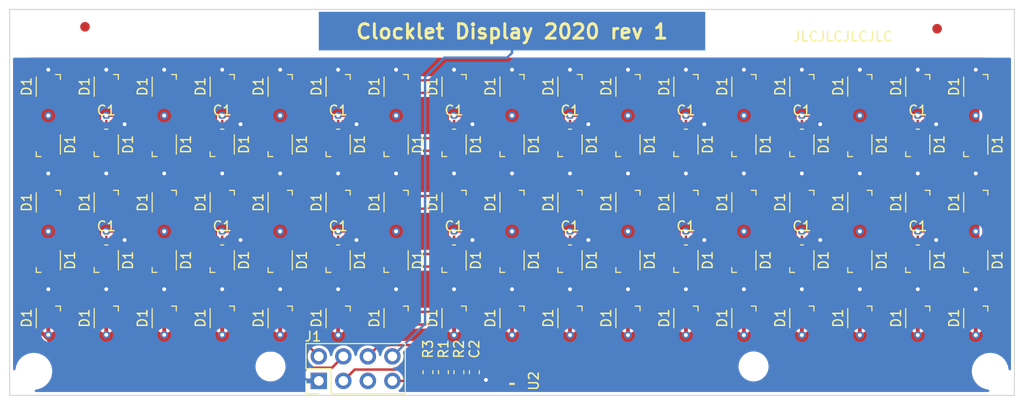
<source format=kicad_pcb>
(kicad_pcb (version 20171130) (host pcbnew "(5.1.5-0-10_14)")
  (layers (0 F.Cu signal) (1 GND signal) (2 +5v signal) (31 B.Cu signal) (34 B.Paste user) (35 F.Paste user) (36 B.SilkS user) (37 F.SilkS user) (38 B.Mask user) (39 F.Mask user) (44 Edge.Cuts user))
  (net 0 "")
  (net 1 GND)
  (net 2 +5V)
  (net 3 /Clock)
  (net 4 /Data)
  (net 5 +3V3)
  (net 6 /CLK)
  (net 7 /DATA)
  (net 8 /Touch)
  (net 9 /DispT)
  (net 10 /ALS)
  (module Fiducial:Fiducial_1mm_Mask2mm (layer F.Cu) (at 226 90)
    (fp_text reference FID4 hide)
    (fp_text value Fiducial)
    (pad "" smd circle (at 0 0) (size 1 1) (layers F.Cu F.Mask) (clearance 0.5))
  )
  (module Fiducial:Fiducial_1mm_Mask2mm (layer F.Cu) (at 138 90)
    (fp_text reference FID3 hide)
    (fp_text value Fiducial)
    (pad "" smd circle (at 0 0) (size 1 1) (layers F.Cu F.Mask) (clearance 0.5))
  )
  (module Fiducial:Fiducial_1mm_Mask2mm (layer F.Cu) (at 226 54)
    (fp_text reference FID2 hide)
    (fp_text value Fiducial)
    (pad "" smd circle (at 0 0) (size 1 1) (layers F.Cu F.Mask) (clearance 0.5))
  )
  (module Fiducial:Fiducial_1mm_Mask2mm (layer F.Cu) (at 137.8 53.8)
    (fp_text reference FID1 hide)
    (fp_text value Fiducial)
    (pad "" smd circle (at 0 0) (size 1 1) (layers F.Cu F.Mask) (clearance 0.5))
  )
  (module Resistor_SMD:R_0603_1608Metric (layer F.Cu) (at 173.3 89.6 90)
    (fp_text reference R3 (at 2.4 0 270) (layer F.SilkS))
    (fp_text value 5k)
    (pad 2 smd roundrect (at 0.7875 0 90) (size 0.875 0.95) (layers F.Cu F.Paste F.Mask) (net 1 GND))
    (pad 1 smd roundrect (at -0.7875 0 90) (size 0.875 0.95) (layers F.Cu F.Paste F.Mask) (net 9 /DispT))
  )
  (module Resistor_SMD:R_0603_1608Metric (layer F.Cu) (at 174.9 89.6 270)
    (fp_text reference R1 (at -2.4 0 90) (layer F.SilkS))
    (fp_text value 10K)
    (pad 2 smd roundrect (at 0.7875 0 270) (size 0.875 0.95) (layers F.Cu F.Paste F.Mask) (net 9 /DispT))
    (pad 1 smd roundrect (at -0.7875 0 270) (size 0.875 0.95) (layers F.Cu F.Paste F.Mask) (net 5 +3V3))
  )
  (module Connector_PinHeader_2.54mm:PinHeader_2x04_P2.54mm_Vertical (layer F.Cu) (at 162 90.5 90)
    (fp_text reference J1 (at 4.6 -0.6) (layer F.SilkS))
    (fp_text value Conn_02x07)
    (pad 8 thru_hole oval (at 2.54 7.62 90) (size 1.7 1.7) (drill 1) (layers *.Cu *.Mask) (net 8 /Touch))
    (pad 7 thru_hole oval (at 0 7.62 90) (size 1.7 1.7) (drill 1) (layers *.Cu *.Mask) (net 9 /DispT))
    (pad 6 thru_hole oval (at 2.54 5.08 90) (size 1.7 1.7) (drill 1) (layers *.Cu *.Mask) (net 10 /ALS))
    (pad 5 thru_hole oval (at 0 5.08 90) (size 1.7 1.7) (drill 1) (layers *.Cu *.Mask) (net 2 +5V))
    (pad 4 thru_hole oval (at 2.54 2.54 90) (size 1.7 1.7) (drill 1) (layers *.Cu *.Mask) (net 7 /DATA))
    (pad 3 thru_hole oval (at 0 2.54 90) (size 1.7 1.7) (drill 1) (layers *.Cu *.Mask) (net 5 +3V3))
    (pad 2 thru_hole oval (at 2.54 0 90) (size 1.7 1.7) (drill 1) (layers *.Cu *.Mask) (net 6 /CLK))
    (pad 1 thru_hole rect (at 0 0 90) (size 1.7 1.7) (drill 1) (layers *.Cu *.Mask) (net 1 GND))
  )
  (module Capacitor_SMD:C_0603_1608Metric (layer F.Cu) (at 178.1 89.6 270)
    (fp_text reference C2 (at -2.4 0 90) (layer F.SilkS))
    (fp_text value 10µF)
    (pad 2 smd roundrect (at 0.7875 0 270) (size 0.875 0.95) (layers F.Cu F.Paste F.Mask) (net 1 GND))
    (pad 1 smd roundrect (at -0.7875 0 270) (size 0.875 0.95) (layers F.Cu F.Paste F.Mask) (net 10 /ALS))
  )
  (module _Custom:APDS-9005 (layer F.Cu) (at 182 90.5 90)
    (fp_text reference U2 (at 0 2.25 90) (layer F.SilkS))
    (fp_text value APDS-9005)
    (pad 3 smd rect (at -0.6 -0.65 90) (size 0.4 0.4) (layers F.Cu F.Paste F.Mask))
    (pad 1 smd rect (at 0.6 -0.65 90) (size 0.4 0.4) (layers F.Cu F.Paste F.Mask) (net 5 +3V3))
    (pad 2 smd rect (at 0 -0.65 90) (size 0.2 0.4) (layers F.Cu F.Paste F.Mask))
    (pad 4 smd rect (at -0.6 0.65 90) (size 0.4 0.4) (layers F.Cu F.Paste F.Mask))
    (pad 5 smd rect (at 0 0.65 90) (size 0.2 0.4) (layers F.Cu F.Paste F.Mask))
    (pad 6 smd rect (at 0.6 0.65 90) (size 0.4 0.4) (layers F.Cu F.Paste F.Mask) (net 10 /ALS))
  )
  (module MountingHole:MountingHole_2.5mm (layer F.Cu) (at 157 89)
    (fp_text reference H8 hide)
    (fp_text value MountingHole hide)
    (pad 1 np_thru_hole circle (at 0 0) (size 2.5 2.5) (drill 2.5) (layers *.Cu *.Mask))
  )
  (module MountingHole:MountingHole_2.5mm (layer F.Cu) (at 157 55)
    (fp_text reference H7 hide)
    (fp_text value MountingHole hide)
    (pad 1 np_thru_hole circle (at 0 0) (size 2.5 2.5) (drill 2.5) (layers *.Cu *.Mask))
  )
  (module MountingHole:MountingHole_2.5mm (layer F.Cu) (at 207 89)
    (fp_text reference H6 hide)
    (fp_text value MountingHole hide)
    (pad 1 np_thru_hole circle (at 0 0) (size 2.5 2.5) (drill 2.5) (layers *.Cu *.Mask))
  )
  (module MountingHole:MountingHole_2.5mm (layer F.Cu) (at 207 55)
    (fp_text reference H5 hide)
    (fp_text value MountingHole hide)
    (pad 1 np_thru_hole circle (at 0 0) (size 2.5 2.5) (drill 2.5) (layers *.Cu *.Mask))
  )
  (module MountingHole:MountingHole_3.2mm_M3 (layer F.Cu) (at 231.5 89.5)
    (fp_text reference H4 hide)
    (fp_text value MountingHole hide)
    (pad 1 np_thru_hole circle (at 0 0) (size 3.2 3.2) (drill 3.2) (layers *.Cu *.Mask))
  )
  (module MountingHole:MountingHole_3.2mm_M3 (layer F.Cu) (at 231.5 54.5)
    (fp_text reference H3 hide)
    (fp_text value MountingHole hide)
    (pad 1 np_thru_hole circle (at 0 0) (size 3.2 3.2) (drill 3.2) (layers *.Cu *.Mask))
  )
  (module MountingHole:MountingHole_3.2mm_M3 (layer F.Cu) (at 132.5 89.5)
    (fp_text reference H2 hide)
    (fp_text value MountingHole hide)
    (pad 1 np_thru_hole circle (at 0 0) (size 3.2 3.2) (drill 3.2) (layers *.Cu *.Mask))
  )
  (module MountingHole:MountingHole_3.2mm_M3 (layer F.Cu) (at 132.5 54.5)
    (fp_text reference H1 hide)
    (fp_text value MountingHole hide)
    (pad 1 np_thru_hole circle (at 0 0) (size 3.2 3.2) (drill 3.2) (layers *.Cu *.Mask))
  )
  (module Capacitor_SMD:C_0603_1608Metric (layer F.Cu) (at 224 75.9)
    (fp_text reference C1 (at 0 -1.43) (layer F.SilkS))
    (fp_text value 0.1µF)
    (pad 2 smd roundrect (at 0.7875 0) (size 0.875 0.95) (layers F.Cu F.Paste F.Mask) (net 1 GND))
    (pad 1 smd roundrect (at -0.7875 0) (size 0.875 0.95) (layers F.Cu F.Paste F.Mask) (net 2 +5V))
  )
  (module Capacitor_SMD:C_0603_1608Metric (layer F.Cu) (at 212 75.9)
    (fp_text reference C1 (at 0 -1.43) (layer F.SilkS))
    (fp_text value 0.1µF)
    (pad 2 smd roundrect (at 0.7875 0) (size 0.875 0.95) (layers F.Cu F.Paste F.Mask) (net 1 GND))
    (pad 1 smd roundrect (at -0.7875 0) (size 0.875 0.95) (layers F.Cu F.Paste F.Mask) (net 2 +5V))
  )
  (module Capacitor_SMD:C_0603_1608Metric (layer F.Cu) (at 200 75.9)
    (fp_text reference C1 (at 0 -1.43) (layer F.SilkS))
    (fp_text value 0.1µF)
    (pad 1 smd roundrect (at -0.7875 0) (size 0.875 0.95) (layers F.Cu F.Paste F.Mask) (net 2 +5V))
    (pad 2 smd roundrect (at 0.7875 0) (size 0.875 0.95) (layers F.Cu F.Paste F.Mask) (net 1 GND))
  )
  (module Capacitor_SMD:C_0603_1608Metric (layer F.Cu) (at 188 75.9)
    (fp_text reference C1 (at 0 -1.43) (layer F.SilkS))
    (fp_text value 0.1µF)
    (pad 2 smd roundrect (at 0.7875 0) (size 0.875 0.95) (layers F.Cu F.Paste F.Mask) (net 1 GND))
    (pad 1 smd roundrect (at -0.7875 0) (size 0.875 0.95) (layers F.Cu F.Paste F.Mask) (net 2 +5V))
  )
  (module Capacitor_SMD:C_0603_1608Metric (layer F.Cu) (at 176 75.9)
    (fp_text reference C1 (at 0 -1.43) (layer F.SilkS))
    (fp_text value 0.1µF)
    (pad 1 smd roundrect (at -0.7875 0) (size 0.875 0.95) (layers F.Cu F.Paste F.Mask) (net 2 +5V))
    (pad 2 smd roundrect (at 0.7875 0) (size 0.875 0.95) (layers F.Cu F.Paste F.Mask) (net 1 GND))
  )
  (module Capacitor_SMD:C_0603_1608Metric (layer F.Cu) (at 164 75.9)
    (fp_text reference C1 (at 0 -1.43) (layer F.SilkS))
    (fp_text value 0.1µF)
    (pad 2 smd roundrect (at 0.7875 0) (size 0.875 0.95) (layers F.Cu F.Paste F.Mask) (net 1 GND))
    (pad 1 smd roundrect (at -0.7875 0) (size 0.875 0.95) (layers F.Cu F.Paste F.Mask) (net 2 +5V))
  )
  (module Capacitor_SMD:C_0603_1608Metric (layer F.Cu) (at 152 75.9)
    (fp_text reference C1 (at 0 -1.43) (layer F.SilkS))
    (fp_text value 0.1µF)
    (pad 1 smd roundrect (at -0.7875 0) (size 0.875 0.95) (layers F.Cu F.Paste F.Mask) (net 2 +5V))
    (pad 2 smd roundrect (at 0.7875 0) (size 0.875 0.95) (layers F.Cu F.Paste F.Mask) (net 1 GND))
  )
  (module Capacitor_SMD:C_0603_1608Metric (layer F.Cu) (at 140 75.9)
    (fp_text reference C1 (at 0 -1.43) (layer F.SilkS))
    (fp_text value 0.1µF)
    (pad 2 smd roundrect (at 0.7875 0) (size 0.875 0.95) (layers F.Cu F.Paste F.Mask) (net 1 GND))
    (pad 1 smd roundrect (at -0.7875 0) (size 0.875 0.95) (layers F.Cu F.Paste F.Mask) (net 2 +5V))
  )
  (module _Custom:SK9822-2020 (layer F.Cu) (at 134 60 270)
    (fp_text reference D1 (at 0 2.25 270) (layer F.SilkS))
    (fp_text value SK9822-EC20)
    (pad 3 smd rect (at -0.65 0.8 270) (size 0.7 0.4) (layers F.Cu F.Paste F.Mask) (net 7 /DATA))
    (pad 2 smd rect (at -0.65 0 270) (size 0.7 0.4) (layers F.Cu F.Paste F.Mask) (net 1 GND))
    (pad 4 smd rect (at 0.65 0.8 270) (size 0.7 0.4) (layers F.Cu F.Paste F.Mask) (net 6 /CLK))
    (pad 5 smd rect (at 0.65 0 270) (size 0.7 0.4) (layers F.Cu F.Paste F.Mask) (net 2 +5V))
    (pad 1 smd rect (at -0.65 -0.8 270) (size 0.7 0.4) (layers F.Cu F.Paste F.Mask) (net 4 /Data))
    (pad 6 smd rect (at 0.65 -0.8 270) (size 0.7 0.4) (layers F.Cu F.Paste F.Mask) (net 3 /Clock))
  )
  (module _Custom:SK9822-2020 (layer F.Cu) (at 230 84 270)
    (fp_text reference D1 (at 0 2.25 90) (layer F.SilkS))
    (fp_text value SK9822-EC20)
    (pad 3 smd rect (at -0.65 0.8 270) (size 0.7 0.4) (layers F.Cu F.Paste F.Mask) (net 7 /DATA))
    (pad 2 smd rect (at -0.65 0 270) (size 0.7 0.4) (layers F.Cu F.Paste F.Mask) (net 1 GND))
    (pad 4 smd rect (at 0.65 0.8 270) (size 0.7 0.4) (layers F.Cu F.Paste F.Mask) (net 6 /CLK))
    (pad 5 smd rect (at 0.65 0 270) (size 0.7 0.4) (layers F.Cu F.Paste F.Mask) (net 2 +5V))
    (pad 1 smd rect (at -0.65 -0.8 270) (size 0.7 0.4) (layers F.Cu F.Paste F.Mask) (net 4 /Data))
    (pad 6 smd rect (at 0.65 -0.8 270) (size 0.7 0.4) (layers F.Cu F.Paste F.Mask) (net 3 /Clock))
  )
  (module _Custom:SK9822-2020 (layer F.Cu) (at 224 84 270)
    (fp_text reference D1 (at 0 2.25 90) (layer F.SilkS))
    (fp_text value SK9822-EC20)
    (pad 3 smd rect (at -0.65 0.8 270) (size 0.7 0.4) (layers F.Cu F.Paste F.Mask) (net 7 /DATA))
    (pad 2 smd rect (at -0.65 0 270) (size 0.7 0.4) (layers F.Cu F.Paste F.Mask) (net 1 GND))
    (pad 4 smd rect (at 0.65 0.8 270) (size 0.7 0.4) (layers F.Cu F.Paste F.Mask) (net 6 /CLK))
    (pad 5 smd rect (at 0.65 0 270) (size 0.7 0.4) (layers F.Cu F.Paste F.Mask) (net 2 +5V))
    (pad 1 smd rect (at -0.65 -0.8 270) (size 0.7 0.4) (layers F.Cu F.Paste F.Mask) (net 4 /Data))
    (pad 6 smd rect (at 0.65 -0.8 270) (size 0.7 0.4) (layers F.Cu F.Paste F.Mask) (net 3 /Clock))
  )
  (module _Custom:SK9822-2020 (layer F.Cu) (at 218 84 270)
    (fp_text reference D1 (at 0 2.25 90) (layer F.SilkS))
    (fp_text value SK9822-EC20)
    (pad 3 smd rect (at -0.65 0.8 270) (size 0.7 0.4) (layers F.Cu F.Paste F.Mask) (net 7 /DATA))
    (pad 2 smd rect (at -0.65 0 270) (size 0.7 0.4) (layers F.Cu F.Paste F.Mask) (net 1 GND))
    (pad 4 smd rect (at 0.65 0.8 270) (size 0.7 0.4) (layers F.Cu F.Paste F.Mask) (net 6 /CLK))
    (pad 5 smd rect (at 0.65 0 270) (size 0.7 0.4) (layers F.Cu F.Paste F.Mask) (net 2 +5V))
    (pad 1 smd rect (at -0.65 -0.8 270) (size 0.7 0.4) (layers F.Cu F.Paste F.Mask) (net 4 /Data))
    (pad 6 smd rect (at 0.65 -0.8 270) (size 0.7 0.4) (layers F.Cu F.Paste F.Mask) (net 3 /Clock))
  )
  (module _Custom:SK9822-2020 (layer F.Cu) (at 212 84 270)
    (fp_text reference D1 (at 0 2.25 90) (layer F.SilkS))
    (fp_text value SK9822-EC20)
    (pad 3 smd rect (at -0.65 0.8 270) (size 0.7 0.4) (layers F.Cu F.Paste F.Mask) (net 7 /DATA))
    (pad 2 smd rect (at -0.65 0 270) (size 0.7 0.4) (layers F.Cu F.Paste F.Mask) (net 1 GND))
    (pad 4 smd rect (at 0.65 0.8 270) (size 0.7 0.4) (layers F.Cu F.Paste F.Mask) (net 6 /CLK))
    (pad 5 smd rect (at 0.65 0 270) (size 0.7 0.4) (layers F.Cu F.Paste F.Mask) (net 2 +5V))
    (pad 1 smd rect (at -0.65 -0.8 270) (size 0.7 0.4) (layers F.Cu F.Paste F.Mask) (net 4 /Data))
    (pad 6 smd rect (at 0.65 -0.8 270) (size 0.7 0.4) (layers F.Cu F.Paste F.Mask) (net 3 /Clock))
  )
  (module _Custom:SK9822-2020 (layer F.Cu) (at 206 84 270)
    (fp_text reference D1 (at 0 2.25 90) (layer F.SilkS))
    (fp_text value SK9822-EC20)
    (pad 3 smd rect (at -0.65 0.8 270) (size 0.7 0.4) (layers F.Cu F.Paste F.Mask) (net 7 /DATA))
    (pad 2 smd rect (at -0.65 0 270) (size 0.7 0.4) (layers F.Cu F.Paste F.Mask) (net 1 GND))
    (pad 4 smd rect (at 0.65 0.8 270) (size 0.7 0.4) (layers F.Cu F.Paste F.Mask) (net 6 /CLK))
    (pad 5 smd rect (at 0.65 0 270) (size 0.7 0.4) (layers F.Cu F.Paste F.Mask) (net 2 +5V))
    (pad 1 smd rect (at -0.65 -0.8 270) (size 0.7 0.4) (layers F.Cu F.Paste F.Mask) (net 4 /Data))
    (pad 6 smd rect (at 0.65 -0.8 270) (size 0.7 0.4) (layers F.Cu F.Paste F.Mask) (net 3 /Clock))
  )
  (module _Custom:SK9822-2020 (layer F.Cu) (at 200 84 270)
    (fp_text reference D1 (at 0 2.25 90) (layer F.SilkS))
    (fp_text value SK9822-EC20)
    (pad 3 smd rect (at -0.65 0.8 270) (size 0.7 0.4) (layers F.Cu F.Paste F.Mask) (net 7 /DATA))
    (pad 2 smd rect (at -0.65 0 270) (size 0.7 0.4) (layers F.Cu F.Paste F.Mask) (net 1 GND))
    (pad 4 smd rect (at 0.65 0.8 270) (size 0.7 0.4) (layers F.Cu F.Paste F.Mask) (net 6 /CLK))
    (pad 5 smd rect (at 0.65 0 270) (size 0.7 0.4) (layers F.Cu F.Paste F.Mask) (net 2 +5V))
    (pad 1 smd rect (at -0.65 -0.8 270) (size 0.7 0.4) (layers F.Cu F.Paste F.Mask) (net 4 /Data))
    (pad 6 smd rect (at 0.65 -0.8 270) (size 0.7 0.4) (layers F.Cu F.Paste F.Mask) (net 3 /Clock))
  )
  (module _Custom:SK9822-2020 (layer F.Cu) (at 194 84 270)
    (fp_text reference D1 (at 0 2.25 90) (layer F.SilkS))
    (fp_text value SK9822-EC20)
    (pad 3 smd rect (at -0.65 0.8 270) (size 0.7 0.4) (layers F.Cu F.Paste F.Mask) (net 7 /DATA))
    (pad 2 smd rect (at -0.65 0 270) (size 0.7 0.4) (layers F.Cu F.Paste F.Mask) (net 1 GND))
    (pad 4 smd rect (at 0.65 0.8 270) (size 0.7 0.4) (layers F.Cu F.Paste F.Mask) (net 6 /CLK))
    (pad 5 smd rect (at 0.65 0 270) (size 0.7 0.4) (layers F.Cu F.Paste F.Mask) (net 2 +5V))
    (pad 1 smd rect (at -0.65 -0.8 270) (size 0.7 0.4) (layers F.Cu F.Paste F.Mask) (net 4 /Data))
    (pad 6 smd rect (at 0.65 -0.8 270) (size 0.7 0.4) (layers F.Cu F.Paste F.Mask) (net 3 /Clock))
  )
  (module _Custom:SK9822-2020 (layer F.Cu) (at 188 84 270)
    (fp_text reference D1 (at 0 2.25 90) (layer F.SilkS))
    (fp_text value SK9822-EC20)
    (pad 3 smd rect (at -0.65 0.8 270) (size 0.7 0.4) (layers F.Cu F.Paste F.Mask) (net 7 /DATA))
    (pad 2 smd rect (at -0.65 0 270) (size 0.7 0.4) (layers F.Cu F.Paste F.Mask) (net 1 GND))
    (pad 4 smd rect (at 0.65 0.8 270) (size 0.7 0.4) (layers F.Cu F.Paste F.Mask) (net 6 /CLK))
    (pad 5 smd rect (at 0.65 0 270) (size 0.7 0.4) (layers F.Cu F.Paste F.Mask) (net 2 +5V))
    (pad 1 smd rect (at -0.65 -0.8 270) (size 0.7 0.4) (layers F.Cu F.Paste F.Mask) (net 4 /Data))
    (pad 6 smd rect (at 0.65 -0.8 270) (size 0.7 0.4) (layers F.Cu F.Paste F.Mask) (net 3 /Clock))
  )
  (module _Custom:SK9822-2020 (layer F.Cu) (at 182 84 270)
    (fp_text reference D1 (at 0 2.25 90) (layer F.SilkS))
    (fp_text value SK9822-EC20)
    (pad 3 smd rect (at -0.65 0.8 270) (size 0.7 0.4) (layers F.Cu F.Paste F.Mask) (net 7 /DATA))
    (pad 2 smd rect (at -0.65 0 270) (size 0.7 0.4) (layers F.Cu F.Paste F.Mask) (net 1 GND))
    (pad 4 smd rect (at 0.65 0.8 270) (size 0.7 0.4) (layers F.Cu F.Paste F.Mask) (net 6 /CLK))
    (pad 5 smd rect (at 0.65 0 270) (size 0.7 0.4) (layers F.Cu F.Paste F.Mask) (net 2 +5V))
    (pad 1 smd rect (at -0.65 -0.8 270) (size 0.7 0.4) (layers F.Cu F.Paste F.Mask) (net 4 /Data))
    (pad 6 smd rect (at 0.65 -0.8 270) (size 0.7 0.4) (layers F.Cu F.Paste F.Mask) (net 3 /Clock))
  )
  (module _Custom:SK9822-2020 (layer F.Cu) (at 176 84 270)
    (fp_text reference D1 (at 0 2.25 90) (layer F.SilkS))
    (fp_text value SK9822-EC20)
    (pad 3 smd rect (at -0.65 0.8 270) (size 0.7 0.4) (layers F.Cu F.Paste F.Mask) (net 7 /DATA))
    (pad 2 smd rect (at -0.65 0 270) (size 0.7 0.4) (layers F.Cu F.Paste F.Mask) (net 1 GND))
    (pad 4 smd rect (at 0.65 0.8 270) (size 0.7 0.4) (layers F.Cu F.Paste F.Mask) (net 6 /CLK))
    (pad 5 smd rect (at 0.65 0 270) (size 0.7 0.4) (layers F.Cu F.Paste F.Mask) (net 2 +5V))
    (pad 1 smd rect (at -0.65 -0.8 270) (size 0.7 0.4) (layers F.Cu F.Paste F.Mask) (net 4 /Data))
    (pad 6 smd rect (at 0.65 -0.8 270) (size 0.7 0.4) (layers F.Cu F.Paste F.Mask) (net 3 /Clock))
  )
  (module _Custom:SK9822-2020 (layer F.Cu) (at 170 84 270)
    (fp_text reference D1 (at 0 2.25 90) (layer F.SilkS))
    (fp_text value SK9822-EC20)
    (pad 3 smd rect (at -0.65 0.8 270) (size 0.7 0.4) (layers F.Cu F.Paste F.Mask) (net 7 /DATA))
    (pad 2 smd rect (at -0.65 0 270) (size 0.7 0.4) (layers F.Cu F.Paste F.Mask) (net 1 GND))
    (pad 4 smd rect (at 0.65 0.8 270) (size 0.7 0.4) (layers F.Cu F.Paste F.Mask) (net 6 /CLK))
    (pad 5 smd rect (at 0.65 0 270) (size 0.7 0.4) (layers F.Cu F.Paste F.Mask) (net 2 +5V))
    (pad 1 smd rect (at -0.65 -0.8 270) (size 0.7 0.4) (layers F.Cu F.Paste F.Mask) (net 4 /Data))
    (pad 6 smd rect (at 0.65 -0.8 270) (size 0.7 0.4) (layers F.Cu F.Paste F.Mask) (net 3 /Clock))
  )
  (module _Custom:SK9822-2020 (layer F.Cu) (at 164 84 270)
    (fp_text reference D1 (at 0 2.25 90) (layer F.SilkS))
    (fp_text value SK9822-EC20)
    (pad 3 smd rect (at -0.65 0.8 270) (size 0.7 0.4) (layers F.Cu F.Paste F.Mask) (net 7 /DATA))
    (pad 2 smd rect (at -0.65 0 270) (size 0.7 0.4) (layers F.Cu F.Paste F.Mask) (net 1 GND))
    (pad 4 smd rect (at 0.65 0.8 270) (size 0.7 0.4) (layers F.Cu F.Paste F.Mask) (net 6 /CLK))
    (pad 5 smd rect (at 0.65 0 270) (size 0.7 0.4) (layers F.Cu F.Paste F.Mask) (net 2 +5V))
    (pad 1 smd rect (at -0.65 -0.8 270) (size 0.7 0.4) (layers F.Cu F.Paste F.Mask) (net 4 /Data))
    (pad 6 smd rect (at 0.65 -0.8 270) (size 0.7 0.4) (layers F.Cu F.Paste F.Mask) (net 3 /Clock))
  )
  (module _Custom:SK9822-2020 (layer F.Cu) (at 158 84 270)
    (fp_text reference D1 (at 0 2.25 90) (layer F.SilkS))
    (fp_text value SK9822-EC20)
    (pad 3 smd rect (at -0.65 0.8 270) (size 0.7 0.4) (layers F.Cu F.Paste F.Mask) (net 7 /DATA))
    (pad 2 smd rect (at -0.65 0 270) (size 0.7 0.4) (layers F.Cu F.Paste F.Mask) (net 1 GND))
    (pad 4 smd rect (at 0.65 0.8 270) (size 0.7 0.4) (layers F.Cu F.Paste F.Mask) (net 6 /CLK))
    (pad 5 smd rect (at 0.65 0 270) (size 0.7 0.4) (layers F.Cu F.Paste F.Mask) (net 2 +5V))
    (pad 1 smd rect (at -0.65 -0.8 270) (size 0.7 0.4) (layers F.Cu F.Paste F.Mask) (net 4 /Data))
    (pad 6 smd rect (at 0.65 -0.8 270) (size 0.7 0.4) (layers F.Cu F.Paste F.Mask) (net 3 /Clock))
  )
  (module _Custom:SK9822-2020 (layer F.Cu) (at 152 84 270)
    (fp_text reference D1 (at 0 2.25 90) (layer F.SilkS))
    (fp_text value SK9822-EC20)
    (pad 3 smd rect (at -0.65 0.8 270) (size 0.7 0.4) (layers F.Cu F.Paste F.Mask) (net 7 /DATA))
    (pad 2 smd rect (at -0.65 0 270) (size 0.7 0.4) (layers F.Cu F.Paste F.Mask) (net 1 GND))
    (pad 4 smd rect (at 0.65 0.8 270) (size 0.7 0.4) (layers F.Cu F.Paste F.Mask) (net 6 /CLK))
    (pad 5 smd rect (at 0.65 0 270) (size 0.7 0.4) (layers F.Cu F.Paste F.Mask) (net 2 +5V))
    (pad 1 smd rect (at -0.65 -0.8 270) (size 0.7 0.4) (layers F.Cu F.Paste F.Mask) (net 4 /Data))
    (pad 6 smd rect (at 0.65 -0.8 270) (size 0.7 0.4) (layers F.Cu F.Paste F.Mask) (net 3 /Clock))
  )
  (module _Custom:SK9822-2020 (layer F.Cu) (at 146 84 270)
    (fp_text reference D1 (at 0 2.25 90) (layer F.SilkS))
    (fp_text value SK9822-EC20)
    (pad 3 smd rect (at -0.65 0.8 270) (size 0.7 0.4) (layers F.Cu F.Paste F.Mask) (net 7 /DATA))
    (pad 2 smd rect (at -0.65 0 270) (size 0.7 0.4) (layers F.Cu F.Paste F.Mask) (net 1 GND))
    (pad 4 smd rect (at 0.65 0.8 270) (size 0.7 0.4) (layers F.Cu F.Paste F.Mask) (net 6 /CLK))
    (pad 5 smd rect (at 0.65 0 270) (size 0.7 0.4) (layers F.Cu F.Paste F.Mask) (net 2 +5V))
    (pad 1 smd rect (at -0.65 -0.8 270) (size 0.7 0.4) (layers F.Cu F.Paste F.Mask) (net 4 /Data))
    (pad 6 smd rect (at 0.65 -0.8 270) (size 0.7 0.4) (layers F.Cu F.Paste F.Mask) (net 3 /Clock))
  )
  (module _Custom:SK9822-2020 (layer F.Cu) (at 140 84 270)
    (fp_text reference D1 (at 0 2.25 90) (layer F.SilkS))
    (fp_text value SK9822-EC20)
    (pad 3 smd rect (at -0.65 0.8 270) (size 0.7 0.4) (layers F.Cu F.Paste F.Mask) (net 7 /DATA))
    (pad 2 smd rect (at -0.65 0 270) (size 0.7 0.4) (layers F.Cu F.Paste F.Mask) (net 1 GND))
    (pad 4 smd rect (at 0.65 0.8 270) (size 0.7 0.4) (layers F.Cu F.Paste F.Mask) (net 6 /CLK))
    (pad 5 smd rect (at 0.65 0 270) (size 0.7 0.4) (layers F.Cu F.Paste F.Mask) (net 2 +5V))
    (pad 1 smd rect (at -0.65 -0.8 270) (size 0.7 0.4) (layers F.Cu F.Paste F.Mask) (net 4 /Data))
    (pad 6 smd rect (at 0.65 -0.8 270) (size 0.7 0.4) (layers F.Cu F.Paste F.Mask) (net 3 /Clock))
  )
  (module _Custom:SK9822-2020 (layer F.Cu) (at 134 84 270)
    (fp_text reference D1 (at 0 2.25 90) (layer F.SilkS))
    (fp_text value SK9822-EC20)
    (pad 3 smd rect (at -0.65 0.8 270) (size 0.7 0.4) (layers F.Cu F.Paste F.Mask) (net 7 /DATA))
    (pad 2 smd rect (at -0.65 0 270) (size 0.7 0.4) (layers F.Cu F.Paste F.Mask) (net 1 GND))
    (pad 4 smd rect (at 0.65 0.8 270) (size 0.7 0.4) (layers F.Cu F.Paste F.Mask) (net 6 /CLK))
    (pad 5 smd rect (at 0.65 0 270) (size 0.7 0.4) (layers F.Cu F.Paste F.Mask) (net 2 +5V))
    (pad 1 smd rect (at -0.65 -0.8 270) (size 0.7 0.4) (layers F.Cu F.Paste F.Mask) (net 4 /Data))
    (pad 6 smd rect (at 0.65 -0.8 270) (size 0.7 0.4) (layers F.Cu F.Paste F.Mask) (net 3 /Clock))
  )
  (module _Custom:SK9822-2020 (layer F.Cu) (at 230 78 90)
    (fp_text reference D1 (at 0 2.25 90) (layer F.SilkS))
    (fp_text value SK9822-EC20)
    (pad 3 smd rect (at -0.65 0.8 90) (size 0.7 0.4) (layers F.Cu F.Paste F.Mask) (net 7 /DATA))
    (pad 2 smd rect (at -0.65 0 90) (size 0.7 0.4) (layers F.Cu F.Paste F.Mask) (net 1 GND))
    (pad 4 smd rect (at 0.65 0.8 90) (size 0.7 0.4) (layers F.Cu F.Paste F.Mask) (net 6 /CLK))
    (pad 5 smd rect (at 0.65 0 90) (size 0.7 0.4) (layers F.Cu F.Paste F.Mask) (net 2 +5V))
    (pad 1 smd rect (at -0.65 -0.8 90) (size 0.7 0.4) (layers F.Cu F.Paste F.Mask) (net 4 /Data))
    (pad 6 smd rect (at 0.65 -0.8 90) (size 0.7 0.4) (layers F.Cu F.Paste F.Mask) (net 3 /Clock))
  )
  (module _Custom:SK9822-2020 (layer F.Cu) (at 224 78 90)
    (fp_text reference D1 (at 0 2.25 90) (layer F.SilkS))
    (fp_text value SK9822-EC20)
    (pad 3 smd rect (at -0.65 0.8 90) (size 0.7 0.4) (layers F.Cu F.Paste F.Mask) (net 7 /DATA))
    (pad 2 smd rect (at -0.65 0 90) (size 0.7 0.4) (layers F.Cu F.Paste F.Mask) (net 1 GND))
    (pad 4 smd rect (at 0.65 0.8 90) (size 0.7 0.4) (layers F.Cu F.Paste F.Mask) (net 6 /CLK))
    (pad 5 smd rect (at 0.65 0 90) (size 0.7 0.4) (layers F.Cu F.Paste F.Mask) (net 2 +5V))
    (pad 1 smd rect (at -0.65 -0.8 90) (size 0.7 0.4) (layers F.Cu F.Paste F.Mask) (net 4 /Data))
    (pad 6 smd rect (at 0.65 -0.8 90) (size 0.7 0.4) (layers F.Cu F.Paste F.Mask) (net 3 /Clock))
  )
  (module _Custom:SK9822-2020 (layer F.Cu) (at 218 78 90)
    (fp_text reference D1 (at 0 2.25 90) (layer F.SilkS))
    (fp_text value SK9822-EC20)
    (pad 3 smd rect (at -0.65 0.8 90) (size 0.7 0.4) (layers F.Cu F.Paste F.Mask) (net 7 /DATA))
    (pad 2 smd rect (at -0.65 0 90) (size 0.7 0.4) (layers F.Cu F.Paste F.Mask) (net 1 GND))
    (pad 4 smd rect (at 0.65 0.8 90) (size 0.7 0.4) (layers F.Cu F.Paste F.Mask) (net 6 /CLK))
    (pad 5 smd rect (at 0.65 0 90) (size 0.7 0.4) (layers F.Cu F.Paste F.Mask) (net 2 +5V))
    (pad 1 smd rect (at -0.65 -0.8 90) (size 0.7 0.4) (layers F.Cu F.Paste F.Mask) (net 4 /Data))
    (pad 6 smd rect (at 0.65 -0.8 90) (size 0.7 0.4) (layers F.Cu F.Paste F.Mask) (net 3 /Clock))
  )
  (module _Custom:SK9822-2020 (layer F.Cu) (at 212 78 90)
    (fp_text reference D1 (at 0 2.25 90) (layer F.SilkS))
    (fp_text value SK9822-EC20)
    (pad 3 smd rect (at -0.65 0.8 90) (size 0.7 0.4) (layers F.Cu F.Paste F.Mask) (net 7 /DATA))
    (pad 2 smd rect (at -0.65 0 90) (size 0.7 0.4) (layers F.Cu F.Paste F.Mask) (net 1 GND))
    (pad 4 smd rect (at 0.65 0.8 90) (size 0.7 0.4) (layers F.Cu F.Paste F.Mask) (net 6 /CLK))
    (pad 5 smd rect (at 0.65 0 90) (size 0.7 0.4) (layers F.Cu F.Paste F.Mask) (net 2 +5V))
    (pad 1 smd rect (at -0.65 -0.8 90) (size 0.7 0.4) (layers F.Cu F.Paste F.Mask) (net 4 /Data))
    (pad 6 smd rect (at 0.65 -0.8 90) (size 0.7 0.4) (layers F.Cu F.Paste F.Mask) (net 3 /Clock))
  )
  (module _Custom:SK9822-2020 (layer F.Cu) (at 206 78 90)
    (fp_text reference D1 (at 0 2.25 90) (layer F.SilkS))
    (fp_text value SK9822-EC20)
    (pad 3 smd rect (at -0.65 0.8 90) (size 0.7 0.4) (layers F.Cu F.Paste F.Mask) (net 7 /DATA))
    (pad 2 smd rect (at -0.65 0 90) (size 0.7 0.4) (layers F.Cu F.Paste F.Mask) (net 1 GND))
    (pad 4 smd rect (at 0.65 0.8 90) (size 0.7 0.4) (layers F.Cu F.Paste F.Mask) (net 6 /CLK))
    (pad 5 smd rect (at 0.65 0 90) (size 0.7 0.4) (layers F.Cu F.Paste F.Mask) (net 2 +5V))
    (pad 1 smd rect (at -0.65 -0.8 90) (size 0.7 0.4) (layers F.Cu F.Paste F.Mask) (net 4 /Data))
    (pad 6 smd rect (at 0.65 -0.8 90) (size 0.7 0.4) (layers F.Cu F.Paste F.Mask) (net 3 /Clock))
  )
  (module _Custom:SK9822-2020 (layer F.Cu) (at 200 78 90)
    (fp_text reference D1 (at 0 2.25 90) (layer F.SilkS))
    (fp_text value SK9822-EC20)
    (pad 3 smd rect (at -0.65 0.8 90) (size 0.7 0.4) (layers F.Cu F.Paste F.Mask) (net 7 /DATA))
    (pad 2 smd rect (at -0.65 0 90) (size 0.7 0.4) (layers F.Cu F.Paste F.Mask) (net 1 GND))
    (pad 4 smd rect (at 0.65 0.8 90) (size 0.7 0.4) (layers F.Cu F.Paste F.Mask) (net 6 /CLK))
    (pad 5 smd rect (at 0.65 0 90) (size 0.7 0.4) (layers F.Cu F.Paste F.Mask) (net 2 +5V))
    (pad 1 smd rect (at -0.65 -0.8 90) (size 0.7 0.4) (layers F.Cu F.Paste F.Mask) (net 4 /Data))
    (pad 6 smd rect (at 0.65 -0.8 90) (size 0.7 0.4) (layers F.Cu F.Paste F.Mask) (net 3 /Clock))
  )
  (module _Custom:SK9822-2020 (layer F.Cu) (at 194 78 90)
    (fp_text reference D1 (at 0 2.25 90) (layer F.SilkS))
    (fp_text value SK9822-EC20)
    (pad 3 smd rect (at -0.65 0.8 90) (size 0.7 0.4) (layers F.Cu F.Paste F.Mask) (net 7 /DATA))
    (pad 2 smd rect (at -0.65 0 90) (size 0.7 0.4) (layers F.Cu F.Paste F.Mask) (net 1 GND))
    (pad 4 smd rect (at 0.65 0.8 90) (size 0.7 0.4) (layers F.Cu F.Paste F.Mask) (net 6 /CLK))
    (pad 5 smd rect (at 0.65 0 90) (size 0.7 0.4) (layers F.Cu F.Paste F.Mask) (net 2 +5V))
    (pad 1 smd rect (at -0.65 -0.8 90) (size 0.7 0.4) (layers F.Cu F.Paste F.Mask) (net 4 /Data))
    (pad 6 smd rect (at 0.65 -0.8 90) (size 0.7 0.4) (layers F.Cu F.Paste F.Mask) (net 3 /Clock))
  )
  (module _Custom:SK9822-2020 (layer F.Cu) (at 188 78 90)
    (fp_text reference D1 (at 0 2.25 90) (layer F.SilkS))
    (fp_text value SK9822-EC20)
    (pad 3 smd rect (at -0.65 0.8 90) (size 0.7 0.4) (layers F.Cu F.Paste F.Mask) (net 7 /DATA))
    (pad 2 smd rect (at -0.65 0 90) (size 0.7 0.4) (layers F.Cu F.Paste F.Mask) (net 1 GND))
    (pad 4 smd rect (at 0.65 0.8 90) (size 0.7 0.4) (layers F.Cu F.Paste F.Mask) (net 6 /CLK))
    (pad 5 smd rect (at 0.65 0 90) (size 0.7 0.4) (layers F.Cu F.Paste F.Mask) (net 2 +5V))
    (pad 1 smd rect (at -0.65 -0.8 90) (size 0.7 0.4) (layers F.Cu F.Paste F.Mask) (net 4 /Data))
    (pad 6 smd rect (at 0.65 -0.8 90) (size 0.7 0.4) (layers F.Cu F.Paste F.Mask) (net 3 /Clock))
  )
  (module _Custom:SK9822-2020 (layer F.Cu) (at 182 78 90)
    (fp_text reference D1 (at 0 2.25 90) (layer F.SilkS))
    (fp_text value SK9822-EC20)
    (pad 3 smd rect (at -0.65 0.8 90) (size 0.7 0.4) (layers F.Cu F.Paste F.Mask) (net 7 /DATA))
    (pad 2 smd rect (at -0.65 0 90) (size 0.7 0.4) (layers F.Cu F.Paste F.Mask) (net 1 GND))
    (pad 4 smd rect (at 0.65 0.8 90) (size 0.7 0.4) (layers F.Cu F.Paste F.Mask) (net 6 /CLK))
    (pad 5 smd rect (at 0.65 0 90) (size 0.7 0.4) (layers F.Cu F.Paste F.Mask) (net 2 +5V))
    (pad 1 smd rect (at -0.65 -0.8 90) (size 0.7 0.4) (layers F.Cu F.Paste F.Mask) (net 4 /Data))
    (pad 6 smd rect (at 0.65 -0.8 90) (size 0.7 0.4) (layers F.Cu F.Paste F.Mask) (net 3 /Clock))
  )
  (module _Custom:SK9822-2020 (layer F.Cu) (at 176 78 90)
    (fp_text reference D1 (at 0 2.25 90) (layer F.SilkS))
    (fp_text value SK9822-EC20)
    (pad 3 smd rect (at -0.65 0.8 90) (size 0.7 0.4) (layers F.Cu F.Paste F.Mask) (net 7 /DATA))
    (pad 2 smd rect (at -0.65 0 90) (size 0.7 0.4) (layers F.Cu F.Paste F.Mask) (net 1 GND))
    (pad 4 smd rect (at 0.65 0.8 90) (size 0.7 0.4) (layers F.Cu F.Paste F.Mask) (net 6 /CLK))
    (pad 5 smd rect (at 0.65 0 90) (size 0.7 0.4) (layers F.Cu F.Paste F.Mask) (net 2 +5V))
    (pad 1 smd rect (at -0.65 -0.8 90) (size 0.7 0.4) (layers F.Cu F.Paste F.Mask) (net 4 /Data))
    (pad 6 smd rect (at 0.65 -0.8 90) (size 0.7 0.4) (layers F.Cu F.Paste F.Mask) (net 3 /Clock))
  )
  (module _Custom:SK9822-2020 (layer F.Cu) (at 170 78 90)
    (fp_text reference D1 (at 0 2.25 90) (layer F.SilkS))
    (fp_text value SK9822-EC20)
    (pad 3 smd rect (at -0.65 0.8 90) (size 0.7 0.4) (layers F.Cu F.Paste F.Mask) (net 7 /DATA))
    (pad 2 smd rect (at -0.65 0 90) (size 0.7 0.4) (layers F.Cu F.Paste F.Mask) (net 1 GND))
    (pad 4 smd rect (at 0.65 0.8 90) (size 0.7 0.4) (layers F.Cu F.Paste F.Mask) (net 6 /CLK))
    (pad 5 smd rect (at 0.65 0 90) (size 0.7 0.4) (layers F.Cu F.Paste F.Mask) (net 2 +5V))
    (pad 1 smd rect (at -0.65 -0.8 90) (size 0.7 0.4) (layers F.Cu F.Paste F.Mask) (net 4 /Data))
    (pad 6 smd rect (at 0.65 -0.8 90) (size 0.7 0.4) (layers F.Cu F.Paste F.Mask) (net 3 /Clock))
  )
  (module _Custom:SK9822-2020 (layer F.Cu) (at 164 78 90)
    (fp_text reference D1 (at 0 2.25 90) (layer F.SilkS))
    (fp_text value SK9822-EC20)
    (pad 3 smd rect (at -0.65 0.8 90) (size 0.7 0.4) (layers F.Cu F.Paste F.Mask) (net 7 /DATA))
    (pad 2 smd rect (at -0.65 0 90) (size 0.7 0.4) (layers F.Cu F.Paste F.Mask) (net 1 GND))
    (pad 4 smd rect (at 0.65 0.8 90) (size 0.7 0.4) (layers F.Cu F.Paste F.Mask) (net 6 /CLK))
    (pad 5 smd rect (at 0.65 0 90) (size 0.7 0.4) (layers F.Cu F.Paste F.Mask) (net 2 +5V))
    (pad 1 smd rect (at -0.65 -0.8 90) (size 0.7 0.4) (layers F.Cu F.Paste F.Mask) (net 4 /Data))
    (pad 6 smd rect (at 0.65 -0.8 90) (size 0.7 0.4) (layers F.Cu F.Paste F.Mask) (net 3 /Clock))
  )
  (module _Custom:SK9822-2020 (layer F.Cu) (at 158 78 90)
    (fp_text reference D1 (at 0 2.25 90) (layer F.SilkS))
    (fp_text value SK9822-EC20)
    (pad 3 smd rect (at -0.65 0.8 90) (size 0.7 0.4) (layers F.Cu F.Paste F.Mask) (net 7 /DATA))
    (pad 2 smd rect (at -0.65 0 90) (size 0.7 0.4) (layers F.Cu F.Paste F.Mask) (net 1 GND))
    (pad 4 smd rect (at 0.65 0.8 90) (size 0.7 0.4) (layers F.Cu F.Paste F.Mask) (net 6 /CLK))
    (pad 5 smd rect (at 0.65 0 90) (size 0.7 0.4) (layers F.Cu F.Paste F.Mask) (net 2 +5V))
    (pad 1 smd rect (at -0.65 -0.8 90) (size 0.7 0.4) (layers F.Cu F.Paste F.Mask) (net 4 /Data))
    (pad 6 smd rect (at 0.65 -0.8 90) (size 0.7 0.4) (layers F.Cu F.Paste F.Mask) (net 3 /Clock))
  )
  (module _Custom:SK9822-2020 (layer F.Cu) (at 152 78 90)
    (fp_text reference D1 (at 0 2.25 90) (layer F.SilkS))
    (fp_text value SK9822-EC20)
    (pad 3 smd rect (at -0.65 0.8 90) (size 0.7 0.4) (layers F.Cu F.Paste F.Mask) (net 7 /DATA))
    (pad 2 smd rect (at -0.65 0 90) (size 0.7 0.4) (layers F.Cu F.Paste F.Mask) (net 1 GND))
    (pad 4 smd rect (at 0.65 0.8 90) (size 0.7 0.4) (layers F.Cu F.Paste F.Mask) (net 6 /CLK))
    (pad 5 smd rect (at 0.65 0 90) (size 0.7 0.4) (layers F.Cu F.Paste F.Mask) (net 2 +5V))
    (pad 1 smd rect (at -0.65 -0.8 90) (size 0.7 0.4) (layers F.Cu F.Paste F.Mask) (net 4 /Data))
    (pad 6 smd rect (at 0.65 -0.8 90) (size 0.7 0.4) (layers F.Cu F.Paste F.Mask) (net 3 /Clock))
  )
  (module _Custom:SK9822-2020 (layer F.Cu) (at 146 78 90)
    (fp_text reference D1 (at 0 2.25 90) (layer F.SilkS))
    (fp_text value SK9822-EC20)
    (pad 3 smd rect (at -0.65 0.8 90) (size 0.7 0.4) (layers F.Cu F.Paste F.Mask) (net 7 /DATA))
    (pad 2 smd rect (at -0.65 0 90) (size 0.7 0.4) (layers F.Cu F.Paste F.Mask) (net 1 GND))
    (pad 4 smd rect (at 0.65 0.8 90) (size 0.7 0.4) (layers F.Cu F.Paste F.Mask) (net 6 /CLK))
    (pad 5 smd rect (at 0.65 0 90) (size 0.7 0.4) (layers F.Cu F.Paste F.Mask) (net 2 +5V))
    (pad 1 smd rect (at -0.65 -0.8 90) (size 0.7 0.4) (layers F.Cu F.Paste F.Mask) (net 4 /Data))
    (pad 6 smd rect (at 0.65 -0.8 90) (size 0.7 0.4) (layers F.Cu F.Paste F.Mask) (net 3 /Clock))
  )
  (module _Custom:SK9822-2020 (layer F.Cu) (at 140 78 90)
    (fp_text reference D1 (at 0 2.25 90) (layer F.SilkS))
    (fp_text value SK9822-EC20)
    (pad 3 smd rect (at -0.65 0.8 90) (size 0.7 0.4) (layers F.Cu F.Paste F.Mask) (net 7 /DATA))
    (pad 2 smd rect (at -0.65 0 90) (size 0.7 0.4) (layers F.Cu F.Paste F.Mask) (net 1 GND))
    (pad 4 smd rect (at 0.65 0.8 90) (size 0.7 0.4) (layers F.Cu F.Paste F.Mask) (net 6 /CLK))
    (pad 5 smd rect (at 0.65 0 90) (size 0.7 0.4) (layers F.Cu F.Paste F.Mask) (net 2 +5V))
    (pad 1 smd rect (at -0.65 -0.8 90) (size 0.7 0.4) (layers F.Cu F.Paste F.Mask) (net 4 /Data))
    (pad 6 smd rect (at 0.65 -0.8 90) (size 0.7 0.4) (layers F.Cu F.Paste F.Mask) (net 3 /Clock))
  )
  (module _Custom:SK9822-2020 (layer F.Cu) (at 134 78 90)
    (fp_text reference D1 (at 0 2.25 90) (layer F.SilkS))
    (fp_text value SK9822-EC20)
    (pad 3 smd rect (at -0.65 0.8 90) (size 0.7 0.4) (layers F.Cu F.Paste F.Mask) (net 7 /DATA))
    (pad 2 smd rect (at -0.65 0 90) (size 0.7 0.4) (layers F.Cu F.Paste F.Mask) (net 1 GND))
    (pad 4 smd rect (at 0.65 0.8 90) (size 0.7 0.4) (layers F.Cu F.Paste F.Mask) (net 6 /CLK))
    (pad 5 smd rect (at 0.65 0 90) (size 0.7 0.4) (layers F.Cu F.Paste F.Mask) (net 2 +5V))
    (pad 1 smd rect (at -0.65 -0.8 90) (size 0.7 0.4) (layers F.Cu F.Paste F.Mask) (net 4 /Data))
    (pad 6 smd rect (at 0.65 -0.8 90) (size 0.7 0.4) (layers F.Cu F.Paste F.Mask) (net 3 /Clock))
  )
  (module _Custom:SK9822-2020 (layer F.Cu) (at 230 72 270)
    (fp_text reference D1 (at 0 2.25 90) (layer F.SilkS))
    (fp_text value SK9822-EC20)
    (pad 3 smd rect (at -0.65 0.8 270) (size 0.7 0.4) (layers F.Cu F.Paste F.Mask) (net 7 /DATA))
    (pad 2 smd rect (at -0.65 0 270) (size 0.7 0.4) (layers F.Cu F.Paste F.Mask) (net 1 GND))
    (pad 4 smd rect (at 0.65 0.8 270) (size 0.7 0.4) (layers F.Cu F.Paste F.Mask) (net 6 /CLK))
    (pad 5 smd rect (at 0.65 0 270) (size 0.7 0.4) (layers F.Cu F.Paste F.Mask) (net 2 +5V))
    (pad 1 smd rect (at -0.65 -0.8 270) (size 0.7 0.4) (layers F.Cu F.Paste F.Mask) (net 4 /Data))
    (pad 6 smd rect (at 0.65 -0.8 270) (size 0.7 0.4) (layers F.Cu F.Paste F.Mask) (net 3 /Clock))
  )
  (module _Custom:SK9822-2020 (layer F.Cu) (at 224 72 270)
    (fp_text reference D1 (at 0 2.25 90) (layer F.SilkS))
    (fp_text value SK9822-EC20)
    (pad 3 smd rect (at -0.65 0.8 270) (size 0.7 0.4) (layers F.Cu F.Paste F.Mask) (net 7 /DATA))
    (pad 2 smd rect (at -0.65 0 270) (size 0.7 0.4) (layers F.Cu F.Paste F.Mask) (net 1 GND))
    (pad 4 smd rect (at 0.65 0.8 270) (size 0.7 0.4) (layers F.Cu F.Paste F.Mask) (net 6 /CLK))
    (pad 5 smd rect (at 0.65 0 270) (size 0.7 0.4) (layers F.Cu F.Paste F.Mask) (net 2 +5V))
    (pad 1 smd rect (at -0.65 -0.8 270) (size 0.7 0.4) (layers F.Cu F.Paste F.Mask) (net 4 /Data))
    (pad 6 smd rect (at 0.65 -0.8 270) (size 0.7 0.4) (layers F.Cu F.Paste F.Mask) (net 3 /Clock))
  )
  (module _Custom:SK9822-2020 (layer F.Cu) (at 218 72 270)
    (fp_text reference D1 (at 0 2.25 90) (layer F.SilkS))
    (fp_text value SK9822-EC20)
    (pad 3 smd rect (at -0.65 0.8 270) (size 0.7 0.4) (layers F.Cu F.Paste F.Mask) (net 7 /DATA))
    (pad 2 smd rect (at -0.65 0 270) (size 0.7 0.4) (layers F.Cu F.Paste F.Mask) (net 1 GND))
    (pad 4 smd rect (at 0.65 0.8 270) (size 0.7 0.4) (layers F.Cu F.Paste F.Mask) (net 6 /CLK))
    (pad 5 smd rect (at 0.65 0 270) (size 0.7 0.4) (layers F.Cu F.Paste F.Mask) (net 2 +5V))
    (pad 1 smd rect (at -0.65 -0.8 270) (size 0.7 0.4) (layers F.Cu F.Paste F.Mask) (net 4 /Data))
    (pad 6 smd rect (at 0.65 -0.8 270) (size 0.7 0.4) (layers F.Cu F.Paste F.Mask) (net 3 /Clock))
  )
  (module _Custom:SK9822-2020 (layer F.Cu) (at 212 72 270)
    (fp_text reference D1 (at 0 2.25 90) (layer F.SilkS))
    (fp_text value SK9822-EC20)
    (pad 3 smd rect (at -0.65 0.8 270) (size 0.7 0.4) (layers F.Cu F.Paste F.Mask) (net 7 /DATA))
    (pad 2 smd rect (at -0.65 0 270) (size 0.7 0.4) (layers F.Cu F.Paste F.Mask) (net 1 GND))
    (pad 4 smd rect (at 0.65 0.8 270) (size 0.7 0.4) (layers F.Cu F.Paste F.Mask) (net 6 /CLK))
    (pad 5 smd rect (at 0.65 0 270) (size 0.7 0.4) (layers F.Cu F.Paste F.Mask) (net 2 +5V))
    (pad 1 smd rect (at -0.65 -0.8 270) (size 0.7 0.4) (layers F.Cu F.Paste F.Mask) (net 4 /Data))
    (pad 6 smd rect (at 0.65 -0.8 270) (size 0.7 0.4) (layers F.Cu F.Paste F.Mask) (net 3 /Clock))
  )
  (module _Custom:SK9822-2020 (layer F.Cu) (at 206 72 270)
    (fp_text reference D1 (at 0 2.25 90) (layer F.SilkS))
    (fp_text value SK9822-EC20)
    (pad 3 smd rect (at -0.65 0.8 270) (size 0.7 0.4) (layers F.Cu F.Paste F.Mask) (net 7 /DATA))
    (pad 2 smd rect (at -0.65 0 270) (size 0.7 0.4) (layers F.Cu F.Paste F.Mask) (net 1 GND))
    (pad 4 smd rect (at 0.65 0.8 270) (size 0.7 0.4) (layers F.Cu F.Paste F.Mask) (net 6 /CLK))
    (pad 5 smd rect (at 0.65 0 270) (size 0.7 0.4) (layers F.Cu F.Paste F.Mask) (net 2 +5V))
    (pad 1 smd rect (at -0.65 -0.8 270) (size 0.7 0.4) (layers F.Cu F.Paste F.Mask) (net 4 /Data))
    (pad 6 smd rect (at 0.65 -0.8 270) (size 0.7 0.4) (layers F.Cu F.Paste F.Mask) (net 3 /Clock))
  )
  (module _Custom:SK9822-2020 (layer F.Cu) (at 200 72 270)
    (fp_text reference D1 (at 0 2.25 90) (layer F.SilkS))
    (fp_text value SK9822-EC20)
    (pad 3 smd rect (at -0.65 0.8 270) (size 0.7 0.4) (layers F.Cu F.Paste F.Mask) (net 7 /DATA))
    (pad 2 smd rect (at -0.65 0 270) (size 0.7 0.4) (layers F.Cu F.Paste F.Mask) (net 1 GND))
    (pad 4 smd rect (at 0.65 0.8 270) (size 0.7 0.4) (layers F.Cu F.Paste F.Mask) (net 6 /CLK))
    (pad 5 smd rect (at 0.65 0 270) (size 0.7 0.4) (layers F.Cu F.Paste F.Mask) (net 2 +5V))
    (pad 1 smd rect (at -0.65 -0.8 270) (size 0.7 0.4) (layers F.Cu F.Paste F.Mask) (net 4 /Data))
    (pad 6 smd rect (at 0.65 -0.8 270) (size 0.7 0.4) (layers F.Cu F.Paste F.Mask) (net 3 /Clock))
  )
  (module _Custom:SK9822-2020 (layer F.Cu) (at 194 72 270)
    (fp_text reference D1 (at 0 2.25 90) (layer F.SilkS))
    (fp_text value SK9822-EC20)
    (pad 3 smd rect (at -0.65 0.8 270) (size 0.7 0.4) (layers F.Cu F.Paste F.Mask) (net 7 /DATA))
    (pad 2 smd rect (at -0.65 0 270) (size 0.7 0.4) (layers F.Cu F.Paste F.Mask) (net 1 GND))
    (pad 4 smd rect (at 0.65 0.8 270) (size 0.7 0.4) (layers F.Cu F.Paste F.Mask) (net 6 /CLK))
    (pad 5 smd rect (at 0.65 0 270) (size 0.7 0.4) (layers F.Cu F.Paste F.Mask) (net 2 +5V))
    (pad 1 smd rect (at -0.65 -0.8 270) (size 0.7 0.4) (layers F.Cu F.Paste F.Mask) (net 4 /Data))
    (pad 6 smd rect (at 0.65 -0.8 270) (size 0.7 0.4) (layers F.Cu F.Paste F.Mask) (net 3 /Clock))
  )
  (module _Custom:SK9822-2020 (layer F.Cu) (at 188 72 270)
    (fp_text reference D1 (at 0 2.25 90) (layer F.SilkS))
    (fp_text value SK9822-EC20)
    (pad 3 smd rect (at -0.65 0.8 270) (size 0.7 0.4) (layers F.Cu F.Paste F.Mask) (net 7 /DATA))
    (pad 2 smd rect (at -0.65 0 270) (size 0.7 0.4) (layers F.Cu F.Paste F.Mask) (net 1 GND))
    (pad 4 smd rect (at 0.65 0.8 270) (size 0.7 0.4) (layers F.Cu F.Paste F.Mask) (net 6 /CLK))
    (pad 5 smd rect (at 0.65 0 270) (size 0.7 0.4) (layers F.Cu F.Paste F.Mask) (net 2 +5V))
    (pad 1 smd rect (at -0.65 -0.8 270) (size 0.7 0.4) (layers F.Cu F.Paste F.Mask) (net 4 /Data))
    (pad 6 smd rect (at 0.65 -0.8 270) (size 0.7 0.4) (layers F.Cu F.Paste F.Mask) (net 3 /Clock))
  )
  (module _Custom:SK9822-2020 (layer F.Cu) (at 182 72 270)
    (fp_text reference D1 (at 0 2.25 90) (layer F.SilkS))
    (fp_text value SK9822-EC20)
    (pad 3 smd rect (at -0.65 0.8 270) (size 0.7 0.4) (layers F.Cu F.Paste F.Mask) (net 7 /DATA))
    (pad 2 smd rect (at -0.65 0 270) (size 0.7 0.4) (layers F.Cu F.Paste F.Mask) (net 1 GND))
    (pad 4 smd rect (at 0.65 0.8 270) (size 0.7 0.4) (layers F.Cu F.Paste F.Mask) (net 6 /CLK))
    (pad 5 smd rect (at 0.65 0 270) (size 0.7 0.4) (layers F.Cu F.Paste F.Mask) (net 2 +5V))
    (pad 1 smd rect (at -0.65 -0.8 270) (size 0.7 0.4) (layers F.Cu F.Paste F.Mask) (net 4 /Data))
    (pad 6 smd rect (at 0.65 -0.8 270) (size 0.7 0.4) (layers F.Cu F.Paste F.Mask) (net 3 /Clock))
  )
  (module _Custom:SK9822-2020 (layer F.Cu) (at 176 72 270)
    (fp_text reference D1 (at 0 2.25 90) (layer F.SilkS))
    (fp_text value SK9822-EC20)
    (pad 3 smd rect (at -0.65 0.8 270) (size 0.7 0.4) (layers F.Cu F.Paste F.Mask) (net 7 /DATA))
    (pad 2 smd rect (at -0.65 0 270) (size 0.7 0.4) (layers F.Cu F.Paste F.Mask) (net 1 GND))
    (pad 4 smd rect (at 0.65 0.8 270) (size 0.7 0.4) (layers F.Cu F.Paste F.Mask) (net 6 /CLK))
    (pad 5 smd rect (at 0.65 0 270) (size 0.7 0.4) (layers F.Cu F.Paste F.Mask) (net 2 +5V))
    (pad 1 smd rect (at -0.65 -0.8 270) (size 0.7 0.4) (layers F.Cu F.Paste F.Mask) (net 4 /Data))
    (pad 6 smd rect (at 0.65 -0.8 270) (size 0.7 0.4) (layers F.Cu F.Paste F.Mask) (net 3 /Clock))
  )
  (module _Custom:SK9822-2020 (layer F.Cu) (at 170 72 270)
    (fp_text reference D1 (at 0 2.25 90) (layer F.SilkS))
    (fp_text value SK9822-EC20)
    (pad 3 smd rect (at -0.65 0.8 270) (size 0.7 0.4) (layers F.Cu F.Paste F.Mask) (net 7 /DATA))
    (pad 2 smd rect (at -0.65 0 270) (size 0.7 0.4) (layers F.Cu F.Paste F.Mask) (net 1 GND))
    (pad 4 smd rect (at 0.65 0.8 270) (size 0.7 0.4) (layers F.Cu F.Paste F.Mask) (net 6 /CLK))
    (pad 5 smd rect (at 0.65 0 270) (size 0.7 0.4) (layers F.Cu F.Paste F.Mask) (net 2 +5V))
    (pad 1 smd rect (at -0.65 -0.8 270) (size 0.7 0.4) (layers F.Cu F.Paste F.Mask) (net 4 /Data))
    (pad 6 smd rect (at 0.65 -0.8 270) (size 0.7 0.4) (layers F.Cu F.Paste F.Mask) (net 3 /Clock))
  )
  (module _Custom:SK9822-2020 (layer F.Cu) (at 164 72 270)
    (fp_text reference D1 (at 0 2.25 90) (layer F.SilkS))
    (fp_text value SK9822-EC20)
    (pad 3 smd rect (at -0.65 0.8 270) (size 0.7 0.4) (layers F.Cu F.Paste F.Mask) (net 7 /DATA))
    (pad 2 smd rect (at -0.65 0 270) (size 0.7 0.4) (layers F.Cu F.Paste F.Mask) (net 1 GND))
    (pad 4 smd rect (at 0.65 0.8 270) (size 0.7 0.4) (layers F.Cu F.Paste F.Mask) (net 6 /CLK))
    (pad 5 smd rect (at 0.65 0 270) (size 0.7 0.4) (layers F.Cu F.Paste F.Mask) (net 2 +5V))
    (pad 1 smd rect (at -0.65 -0.8 270) (size 0.7 0.4) (layers F.Cu F.Paste F.Mask) (net 4 /Data))
    (pad 6 smd rect (at 0.65 -0.8 270) (size 0.7 0.4) (layers F.Cu F.Paste F.Mask) (net 3 /Clock))
  )
  (module _Custom:SK9822-2020 (layer F.Cu) (at 158 72 270)
    (fp_text reference D1 (at 0 2.25 90) (layer F.SilkS))
    (fp_text value SK9822-EC20)
    (pad 3 smd rect (at -0.65 0.8 270) (size 0.7 0.4) (layers F.Cu F.Paste F.Mask) (net 7 /DATA))
    (pad 2 smd rect (at -0.65 0 270) (size 0.7 0.4) (layers F.Cu F.Paste F.Mask) (net 1 GND))
    (pad 4 smd rect (at 0.65 0.8 270) (size 0.7 0.4) (layers F.Cu F.Paste F.Mask) (net 6 /CLK))
    (pad 5 smd rect (at 0.65 0 270) (size 0.7 0.4) (layers F.Cu F.Paste F.Mask) (net 2 +5V))
    (pad 1 smd rect (at -0.65 -0.8 270) (size 0.7 0.4) (layers F.Cu F.Paste F.Mask) (net 4 /Data))
    (pad 6 smd rect (at 0.65 -0.8 270) (size 0.7 0.4) (layers F.Cu F.Paste F.Mask) (net 3 /Clock))
  )
  (module _Custom:SK9822-2020 (layer F.Cu) (at 152 72 270)
    (fp_text reference D1 (at 0 2.25 90) (layer F.SilkS))
    (fp_text value SK9822-EC20)
    (pad 3 smd rect (at -0.65 0.8 270) (size 0.7 0.4) (layers F.Cu F.Paste F.Mask) (net 7 /DATA))
    (pad 2 smd rect (at -0.65 0 270) (size 0.7 0.4) (layers F.Cu F.Paste F.Mask) (net 1 GND))
    (pad 4 smd rect (at 0.65 0.8 270) (size 0.7 0.4) (layers F.Cu F.Paste F.Mask) (net 6 /CLK))
    (pad 5 smd rect (at 0.65 0 270) (size 0.7 0.4) (layers F.Cu F.Paste F.Mask) (net 2 +5V))
    (pad 1 smd rect (at -0.65 -0.8 270) (size 0.7 0.4) (layers F.Cu F.Paste F.Mask) (net 4 /Data))
    (pad 6 smd rect (at 0.65 -0.8 270) (size 0.7 0.4) (layers F.Cu F.Paste F.Mask) (net 3 /Clock))
  )
  (module _Custom:SK9822-2020 (layer F.Cu) (at 146 72 270)
    (fp_text reference D1 (at 0 2.25 90) (layer F.SilkS))
    (fp_text value SK9822-EC20)
    (pad 3 smd rect (at -0.65 0.8 270) (size 0.7 0.4) (layers F.Cu F.Paste F.Mask) (net 7 /DATA))
    (pad 2 smd rect (at -0.65 0 270) (size 0.7 0.4) (layers F.Cu F.Paste F.Mask) (net 1 GND))
    (pad 4 smd rect (at 0.65 0.8 270) (size 0.7 0.4) (layers F.Cu F.Paste F.Mask) (net 6 /CLK))
    (pad 5 smd rect (at 0.65 0 270) (size 0.7 0.4) (layers F.Cu F.Paste F.Mask) (net 2 +5V))
    (pad 1 smd rect (at -0.65 -0.8 270) (size 0.7 0.4) (layers F.Cu F.Paste F.Mask) (net 4 /Data))
    (pad 6 smd rect (at 0.65 -0.8 270) (size 0.7 0.4) (layers F.Cu F.Paste F.Mask) (net 3 /Clock))
  )
  (module _Custom:SK9822-2020 (layer F.Cu) (at 140 72 270)
    (fp_text reference D1 (at 0 2.25 90) (layer F.SilkS))
    (fp_text value SK9822-EC20)
    (pad 3 smd rect (at -0.65 0.8 270) (size 0.7 0.4) (layers F.Cu F.Paste F.Mask) (net 7 /DATA))
    (pad 2 smd rect (at -0.65 0 270) (size 0.7 0.4) (layers F.Cu F.Paste F.Mask) (net 1 GND))
    (pad 4 smd rect (at 0.65 0.8 270) (size 0.7 0.4) (layers F.Cu F.Paste F.Mask) (net 6 /CLK))
    (pad 5 smd rect (at 0.65 0 270) (size 0.7 0.4) (layers F.Cu F.Paste F.Mask) (net 2 +5V))
    (pad 1 smd rect (at -0.65 -0.8 270) (size 0.7 0.4) (layers F.Cu F.Paste F.Mask) (net 4 /Data))
    (pad 6 smd rect (at 0.65 -0.8 270) (size 0.7 0.4) (layers F.Cu F.Paste F.Mask) (net 3 /Clock))
  )
  (module _Custom:SK9822-2020 (layer F.Cu) (at 134 72 270)
    (fp_text reference D1 (at 0 2.25 90) (layer F.SilkS))
    (fp_text value SK9822-EC20)
    (pad 3 smd rect (at -0.65 0.8 270) (size 0.7 0.4) (layers F.Cu F.Paste F.Mask) (net 7 /DATA))
    (pad 2 smd rect (at -0.65 0 270) (size 0.7 0.4) (layers F.Cu F.Paste F.Mask) (net 1 GND))
    (pad 4 smd rect (at 0.65 0.8 270) (size 0.7 0.4) (layers F.Cu F.Paste F.Mask) (net 6 /CLK))
    (pad 5 smd rect (at 0.65 0 270) (size 0.7 0.4) (layers F.Cu F.Paste F.Mask) (net 2 +5V))
    (pad 1 smd rect (at -0.65 -0.8 270) (size 0.7 0.4) (layers F.Cu F.Paste F.Mask) (net 4 /Data))
    (pad 6 smd rect (at 0.65 -0.8 270) (size 0.7 0.4) (layers F.Cu F.Paste F.Mask) (net 3 /Clock))
  )
  (module _Custom:SK9822-2020 (layer F.Cu) (at 230 66 90)
    (fp_text reference D1 (at 0 2.25 90) (layer F.SilkS))
    (fp_text value SK9822-EC20)
    (pad 3 smd rect (at -0.65 0.8 90) (size 0.7 0.4) (layers F.Cu F.Paste F.Mask) (net 7 /DATA))
    (pad 2 smd rect (at -0.65 0 90) (size 0.7 0.4) (layers F.Cu F.Paste F.Mask) (net 1 GND))
    (pad 4 smd rect (at 0.65 0.8 90) (size 0.7 0.4) (layers F.Cu F.Paste F.Mask) (net 6 /CLK))
    (pad 5 smd rect (at 0.65 0 90) (size 0.7 0.4) (layers F.Cu F.Paste F.Mask) (net 2 +5V))
    (pad 1 smd rect (at -0.65 -0.8 90) (size 0.7 0.4) (layers F.Cu F.Paste F.Mask) (net 4 /Data))
    (pad 6 smd rect (at 0.65 -0.8 90) (size 0.7 0.4) (layers F.Cu F.Paste F.Mask) (net 3 /Clock))
  )
  (module _Custom:SK9822-2020 (layer F.Cu) (at 224 66 90)
    (fp_text reference D1 (at 0 2.25 90) (layer F.SilkS))
    (fp_text value SK9822-EC20)
    (pad 3 smd rect (at -0.65 0.8 90) (size 0.7 0.4) (layers F.Cu F.Paste F.Mask) (net 7 /DATA))
    (pad 2 smd rect (at -0.65 0 90) (size 0.7 0.4) (layers F.Cu F.Paste F.Mask) (net 1 GND))
    (pad 4 smd rect (at 0.65 0.8 90) (size 0.7 0.4) (layers F.Cu F.Paste F.Mask) (net 6 /CLK))
    (pad 5 smd rect (at 0.65 0 90) (size 0.7 0.4) (layers F.Cu F.Paste F.Mask) (net 2 +5V))
    (pad 1 smd rect (at -0.65 -0.8 90) (size 0.7 0.4) (layers F.Cu F.Paste F.Mask) (net 4 /Data))
    (pad 6 smd rect (at 0.65 -0.8 90) (size 0.7 0.4) (layers F.Cu F.Paste F.Mask) (net 3 /Clock))
  )
  (module _Custom:SK9822-2020 (layer F.Cu) (at 218 66 90)
    (fp_text reference D1 (at 0 2.25 90) (layer F.SilkS))
    (fp_text value SK9822-EC20)
    (pad 3 smd rect (at -0.65 0.8 90) (size 0.7 0.4) (layers F.Cu F.Paste F.Mask) (net 7 /DATA))
    (pad 2 smd rect (at -0.65 0 90) (size 0.7 0.4) (layers F.Cu F.Paste F.Mask) (net 1 GND))
    (pad 4 smd rect (at 0.65 0.8 90) (size 0.7 0.4) (layers F.Cu F.Paste F.Mask) (net 6 /CLK))
    (pad 5 smd rect (at 0.65 0 90) (size 0.7 0.4) (layers F.Cu F.Paste F.Mask) (net 2 +5V))
    (pad 1 smd rect (at -0.65 -0.8 90) (size 0.7 0.4) (layers F.Cu F.Paste F.Mask) (net 4 /Data))
    (pad 6 smd rect (at 0.65 -0.8 90) (size 0.7 0.4) (layers F.Cu F.Paste F.Mask) (net 3 /Clock))
  )
  (module _Custom:SK9822-2020 (layer F.Cu) (at 212 66 90)
    (fp_text reference D1 (at 0 2.25 90) (layer F.SilkS))
    (fp_text value SK9822-EC20)
    (pad 3 smd rect (at -0.65 0.8 90) (size 0.7 0.4) (layers F.Cu F.Paste F.Mask) (net 7 /DATA))
    (pad 2 smd rect (at -0.65 0 90) (size 0.7 0.4) (layers F.Cu F.Paste F.Mask) (net 1 GND))
    (pad 4 smd rect (at 0.65 0.8 90) (size 0.7 0.4) (layers F.Cu F.Paste F.Mask) (net 6 /CLK))
    (pad 5 smd rect (at 0.65 0 90) (size 0.7 0.4) (layers F.Cu F.Paste F.Mask) (net 2 +5V))
    (pad 1 smd rect (at -0.65 -0.8 90) (size 0.7 0.4) (layers F.Cu F.Paste F.Mask) (net 4 /Data))
    (pad 6 smd rect (at 0.65 -0.8 90) (size 0.7 0.4) (layers F.Cu F.Paste F.Mask) (net 3 /Clock))
  )
  (module _Custom:SK9822-2020 (layer F.Cu) (at 206 66 90)
    (fp_text reference D1 (at 0 2.25 90) (layer F.SilkS))
    (fp_text value SK9822-EC20)
    (pad 3 smd rect (at -0.65 0.8 90) (size 0.7 0.4) (layers F.Cu F.Paste F.Mask) (net 7 /DATA))
    (pad 2 smd rect (at -0.65 0 90) (size 0.7 0.4) (layers F.Cu F.Paste F.Mask) (net 1 GND))
    (pad 4 smd rect (at 0.65 0.8 90) (size 0.7 0.4) (layers F.Cu F.Paste F.Mask) (net 6 /CLK))
    (pad 5 smd rect (at 0.65 0 90) (size 0.7 0.4) (layers F.Cu F.Paste F.Mask) (net 2 +5V))
    (pad 1 smd rect (at -0.65 -0.8 90) (size 0.7 0.4) (layers F.Cu F.Paste F.Mask) (net 4 /Data))
    (pad 6 smd rect (at 0.65 -0.8 90) (size 0.7 0.4) (layers F.Cu F.Paste F.Mask) (net 3 /Clock))
  )
  (module _Custom:SK9822-2020 (layer F.Cu) (at 200 66 90)
    (fp_text reference D1 (at 0 2.25 90) (layer F.SilkS))
    (fp_text value SK9822-EC20)
    (pad 3 smd rect (at -0.65 0.8 90) (size 0.7 0.4) (layers F.Cu F.Paste F.Mask) (net 7 /DATA))
    (pad 2 smd rect (at -0.65 0 90) (size 0.7 0.4) (layers F.Cu F.Paste F.Mask) (net 1 GND))
    (pad 4 smd rect (at 0.65 0.8 90) (size 0.7 0.4) (layers F.Cu F.Paste F.Mask) (net 6 /CLK))
    (pad 5 smd rect (at 0.65 0 90) (size 0.7 0.4) (layers F.Cu F.Paste F.Mask) (net 2 +5V))
    (pad 1 smd rect (at -0.65 -0.8 90) (size 0.7 0.4) (layers F.Cu F.Paste F.Mask) (net 4 /Data))
    (pad 6 smd rect (at 0.65 -0.8 90) (size 0.7 0.4) (layers F.Cu F.Paste F.Mask) (net 3 /Clock))
  )
  (module _Custom:SK9822-2020 (layer F.Cu) (at 194 66 90)
    (fp_text reference D1 (at 0 2.25 90) (layer F.SilkS))
    (fp_text value SK9822-EC20)
    (pad 3 smd rect (at -0.65 0.8 90) (size 0.7 0.4) (layers F.Cu F.Paste F.Mask) (net 7 /DATA))
    (pad 2 smd rect (at -0.65 0 90) (size 0.7 0.4) (layers F.Cu F.Paste F.Mask) (net 1 GND))
    (pad 4 smd rect (at 0.65 0.8 90) (size 0.7 0.4) (layers F.Cu F.Paste F.Mask) (net 6 /CLK))
    (pad 5 smd rect (at 0.65 0 90) (size 0.7 0.4) (layers F.Cu F.Paste F.Mask) (net 2 +5V))
    (pad 1 smd rect (at -0.65 -0.8 90) (size 0.7 0.4) (layers F.Cu F.Paste F.Mask) (net 4 /Data))
    (pad 6 smd rect (at 0.65 -0.8 90) (size 0.7 0.4) (layers F.Cu F.Paste F.Mask) (net 3 /Clock))
  )
  (module _Custom:SK9822-2020 (layer F.Cu) (at 188 66 90)
    (fp_text reference D1 (at 0 2.25 90) (layer F.SilkS))
    (fp_text value SK9822-EC20)
    (pad 3 smd rect (at -0.65 0.8 90) (size 0.7 0.4) (layers F.Cu F.Paste F.Mask) (net 7 /DATA))
    (pad 2 smd rect (at -0.65 0 90) (size 0.7 0.4) (layers F.Cu F.Paste F.Mask) (net 1 GND))
    (pad 4 smd rect (at 0.65 0.8 90) (size 0.7 0.4) (layers F.Cu F.Paste F.Mask) (net 6 /CLK))
    (pad 5 smd rect (at 0.65 0 90) (size 0.7 0.4) (layers F.Cu F.Paste F.Mask) (net 2 +5V))
    (pad 1 smd rect (at -0.65 -0.8 90) (size 0.7 0.4) (layers F.Cu F.Paste F.Mask) (net 4 /Data))
    (pad 6 smd rect (at 0.65 -0.8 90) (size 0.7 0.4) (layers F.Cu F.Paste F.Mask) (net 3 /Clock))
  )
  (module _Custom:SK9822-2020 (layer F.Cu) (at 182 66 90)
    (fp_text reference D1 (at 0 2.25 90) (layer F.SilkS))
    (fp_text value SK9822-EC20)
    (pad 3 smd rect (at -0.65 0.8 90) (size 0.7 0.4) (layers F.Cu F.Paste F.Mask) (net 7 /DATA))
    (pad 2 smd rect (at -0.65 0 90) (size 0.7 0.4) (layers F.Cu F.Paste F.Mask) (net 1 GND))
    (pad 4 smd rect (at 0.65 0.8 90) (size 0.7 0.4) (layers F.Cu F.Paste F.Mask) (net 6 /CLK))
    (pad 5 smd rect (at 0.65 0 90) (size 0.7 0.4) (layers F.Cu F.Paste F.Mask) (net 2 +5V))
    (pad 1 smd rect (at -0.65 -0.8 90) (size 0.7 0.4) (layers F.Cu F.Paste F.Mask) (net 4 /Data))
    (pad 6 smd rect (at 0.65 -0.8 90) (size 0.7 0.4) (layers F.Cu F.Paste F.Mask) (net 3 /Clock))
  )
  (module _Custom:SK9822-2020 (layer F.Cu) (at 176 66 90)
    (fp_text reference D1 (at 0 2.25 90) (layer F.SilkS))
    (fp_text value SK9822-EC20)
    (pad 3 smd rect (at -0.65 0.8 90) (size 0.7 0.4) (layers F.Cu F.Paste F.Mask) (net 7 /DATA))
    (pad 2 smd rect (at -0.65 0 90) (size 0.7 0.4) (layers F.Cu F.Paste F.Mask) (net 1 GND))
    (pad 4 smd rect (at 0.65 0.8 90) (size 0.7 0.4) (layers F.Cu F.Paste F.Mask) (net 6 /CLK))
    (pad 5 smd rect (at 0.65 0 90) (size 0.7 0.4) (layers F.Cu F.Paste F.Mask) (net 2 +5V))
    (pad 1 smd rect (at -0.65 -0.8 90) (size 0.7 0.4) (layers F.Cu F.Paste F.Mask) (net 4 /Data))
    (pad 6 smd rect (at 0.65 -0.8 90) (size 0.7 0.4) (layers F.Cu F.Paste F.Mask) (net 3 /Clock))
  )
  (module _Custom:SK9822-2020 (layer F.Cu) (at 170 66 90)
    (fp_text reference D1 (at 0 2.25 90) (layer F.SilkS))
    (fp_text value SK9822-EC20)
    (pad 3 smd rect (at -0.65 0.8 90) (size 0.7 0.4) (layers F.Cu F.Paste F.Mask) (net 7 /DATA))
    (pad 2 smd rect (at -0.65 0 90) (size 0.7 0.4) (layers F.Cu F.Paste F.Mask) (net 1 GND))
    (pad 4 smd rect (at 0.65 0.8 90) (size 0.7 0.4) (layers F.Cu F.Paste F.Mask) (net 6 /CLK))
    (pad 5 smd rect (at 0.65 0 90) (size 0.7 0.4) (layers F.Cu F.Paste F.Mask) (net 2 +5V))
    (pad 1 smd rect (at -0.65 -0.8 90) (size 0.7 0.4) (layers F.Cu F.Paste F.Mask) (net 4 /Data))
    (pad 6 smd rect (at 0.65 -0.8 90) (size 0.7 0.4) (layers F.Cu F.Paste F.Mask) (net 3 /Clock))
  )
  (module _Custom:SK9822-2020 (layer F.Cu) (at 164 66 90)
    (fp_text reference D1 (at 0 2.25 90) (layer F.SilkS))
    (fp_text value SK9822-EC20)
    (pad 3 smd rect (at -0.65 0.8 90) (size 0.7 0.4) (layers F.Cu F.Paste F.Mask) (net 7 /DATA))
    (pad 2 smd rect (at -0.65 0 90) (size 0.7 0.4) (layers F.Cu F.Paste F.Mask) (net 1 GND))
    (pad 4 smd rect (at 0.65 0.8 90) (size 0.7 0.4) (layers F.Cu F.Paste F.Mask) (net 6 /CLK))
    (pad 5 smd rect (at 0.65 0 90) (size 0.7 0.4) (layers F.Cu F.Paste F.Mask) (net 2 +5V))
    (pad 1 smd rect (at -0.65 -0.8 90) (size 0.7 0.4) (layers F.Cu F.Paste F.Mask) (net 4 /Data))
    (pad 6 smd rect (at 0.65 -0.8 90) (size 0.7 0.4) (layers F.Cu F.Paste F.Mask) (net 3 /Clock))
  )
  (module _Custom:SK9822-2020 (layer F.Cu) (at 158 66 90)
    (fp_text reference D1 (at 0 2.25 90) (layer F.SilkS))
    (fp_text value SK9822-EC20)
    (pad 3 smd rect (at -0.65 0.8 90) (size 0.7 0.4) (layers F.Cu F.Paste F.Mask) (net 7 /DATA))
    (pad 2 smd rect (at -0.65 0 90) (size 0.7 0.4) (layers F.Cu F.Paste F.Mask) (net 1 GND))
    (pad 4 smd rect (at 0.65 0.8 90) (size 0.7 0.4) (layers F.Cu F.Paste F.Mask) (net 6 /CLK))
    (pad 5 smd rect (at 0.65 0 90) (size 0.7 0.4) (layers F.Cu F.Paste F.Mask) (net 2 +5V))
    (pad 1 smd rect (at -0.65 -0.8 90) (size 0.7 0.4) (layers F.Cu F.Paste F.Mask) (net 4 /Data))
    (pad 6 smd rect (at 0.65 -0.8 90) (size 0.7 0.4) (layers F.Cu F.Paste F.Mask) (net 3 /Clock))
  )
  (module _Custom:SK9822-2020 (layer F.Cu) (at 152 66 90)
    (fp_text reference D1 (at 0 2.25 90) (layer F.SilkS))
    (fp_text value SK9822-EC20)
    (pad 3 smd rect (at -0.65 0.8 90) (size 0.7 0.4) (layers F.Cu F.Paste F.Mask) (net 7 /DATA))
    (pad 2 smd rect (at -0.65 0 90) (size 0.7 0.4) (layers F.Cu F.Paste F.Mask) (net 1 GND))
    (pad 4 smd rect (at 0.65 0.8 90) (size 0.7 0.4) (layers F.Cu F.Paste F.Mask) (net 6 /CLK))
    (pad 5 smd rect (at 0.65 0 90) (size 0.7 0.4) (layers F.Cu F.Paste F.Mask) (net 2 +5V))
    (pad 1 smd rect (at -0.65 -0.8 90) (size 0.7 0.4) (layers F.Cu F.Paste F.Mask) (net 4 /Data))
    (pad 6 smd rect (at 0.65 -0.8 90) (size 0.7 0.4) (layers F.Cu F.Paste F.Mask) (net 3 /Clock))
  )
  (module _Custom:SK9822-2020 (layer F.Cu) (at 146 66 90)
    (fp_text reference D1 (at 0 2.25 90) (layer F.SilkS))
    (fp_text value SK9822-EC20)
    (pad 3 smd rect (at -0.65 0.8 90) (size 0.7 0.4) (layers F.Cu F.Paste F.Mask) (net 7 /DATA))
    (pad 2 smd rect (at -0.65 0 90) (size 0.7 0.4) (layers F.Cu F.Paste F.Mask) (net 1 GND))
    (pad 4 smd rect (at 0.65 0.8 90) (size 0.7 0.4) (layers F.Cu F.Paste F.Mask) (net 6 /CLK))
    (pad 5 smd rect (at 0.65 0 90) (size 0.7 0.4) (layers F.Cu F.Paste F.Mask) (net 2 +5V))
    (pad 1 smd rect (at -0.65 -0.8 90) (size 0.7 0.4) (layers F.Cu F.Paste F.Mask) (net 4 /Data))
    (pad 6 smd rect (at 0.65 -0.8 90) (size 0.7 0.4) (layers F.Cu F.Paste F.Mask) (net 3 /Clock))
  )
  (module _Custom:SK9822-2020 (layer F.Cu) (at 140 66 90)
    (fp_text reference D1 (at 0 2.25 90) (layer F.SilkS))
    (fp_text value SK9822-EC20)
    (pad 3 smd rect (at -0.65 0.8 90) (size 0.7 0.4) (layers F.Cu F.Paste F.Mask) (net 7 /DATA))
    (pad 2 smd rect (at -0.65 0 90) (size 0.7 0.4) (layers F.Cu F.Paste F.Mask) (net 1 GND))
    (pad 4 smd rect (at 0.65 0.8 90) (size 0.7 0.4) (layers F.Cu F.Paste F.Mask) (net 6 /CLK))
    (pad 5 smd rect (at 0.65 0 90) (size 0.7 0.4) (layers F.Cu F.Paste F.Mask) (net 2 +5V))
    (pad 1 smd rect (at -0.65 -0.8 90) (size 0.7 0.4) (layers F.Cu F.Paste F.Mask) (net 4 /Data))
    (pad 6 smd rect (at 0.65 -0.8 90) (size 0.7 0.4) (layers F.Cu F.Paste F.Mask) (net 3 /Clock))
  )
  (module _Custom:SK9822-2020 (layer F.Cu) (at 134 66 90)
    (fp_text reference D1 (at 0 2.25 90) (layer F.SilkS))
    (fp_text value SK9822-EC20)
    (pad 3 smd rect (at -0.65 0.8 90) (size 0.7 0.4) (layers F.Cu F.Paste F.Mask) (net 7 /DATA))
    (pad 2 smd rect (at -0.65 0 90) (size 0.7 0.4) (layers F.Cu F.Paste F.Mask) (net 1 GND))
    (pad 4 smd rect (at 0.65 0.8 90) (size 0.7 0.4) (layers F.Cu F.Paste F.Mask) (net 6 /CLK))
    (pad 5 smd rect (at 0.65 0 90) (size 0.7 0.4) (layers F.Cu F.Paste F.Mask) (net 2 +5V))
    (pad 1 smd rect (at -0.65 -0.8 90) (size 0.7 0.4) (layers F.Cu F.Paste F.Mask) (net 4 /Data))
    (pad 6 smd rect (at 0.65 -0.8 90) (size 0.7 0.4) (layers F.Cu F.Paste F.Mask) (net 3 /Clock))
  )
  (module _Custom:SK9822-2020 (layer F.Cu) (at 230 60 270)
    (fp_text reference D1 (at 0 2.25 90) (layer F.SilkS))
    (fp_text value SK9822-EC20)
    (pad 3 smd rect (at -0.65 0.8 270) (size 0.7 0.4) (layers F.Cu F.Paste F.Mask) (net 7 /DATA))
    (pad 2 smd rect (at -0.65 0 270) (size 0.7 0.4) (layers F.Cu F.Paste F.Mask) (net 1 GND))
    (pad 4 smd rect (at 0.65 0.8 270) (size 0.7 0.4) (layers F.Cu F.Paste F.Mask) (net 6 /CLK))
    (pad 5 smd rect (at 0.65 0 270) (size 0.7 0.4) (layers F.Cu F.Paste F.Mask) (net 2 +5V))
    (pad 1 smd rect (at -0.65 -0.8 270) (size 0.7 0.4) (layers F.Cu F.Paste F.Mask) (net 4 /Data))
    (pad 6 smd rect (at 0.65 -0.8 270) (size 0.7 0.4) (layers F.Cu F.Paste F.Mask) (net 3 /Clock))
  )
  (module _Custom:SK9822-2020 (layer F.Cu) (at 224 60 270)
    (fp_text reference D1 (at 0 2.25 90) (layer F.SilkS))
    (fp_text value SK9822-EC20)
    (pad 3 smd rect (at -0.65 0.8 270) (size 0.7 0.4) (layers F.Cu F.Paste F.Mask) (net 7 /DATA))
    (pad 2 smd rect (at -0.65 0 270) (size 0.7 0.4) (layers F.Cu F.Paste F.Mask) (net 1 GND))
    (pad 4 smd rect (at 0.65 0.8 270) (size 0.7 0.4) (layers F.Cu F.Paste F.Mask) (net 6 /CLK))
    (pad 5 smd rect (at 0.65 0 270) (size 0.7 0.4) (layers F.Cu F.Paste F.Mask) (net 2 +5V))
    (pad 1 smd rect (at -0.65 -0.8 270) (size 0.7 0.4) (layers F.Cu F.Paste F.Mask) (net 4 /Data))
    (pad 6 smd rect (at 0.65 -0.8 270) (size 0.7 0.4) (layers F.Cu F.Paste F.Mask) (net 3 /Clock))
  )
  (module _Custom:SK9822-2020 (layer F.Cu) (at 218 60 270)
    (fp_text reference D1 (at 0 2.25 90) (layer F.SilkS))
    (fp_text value SK9822-EC20)
    (pad 3 smd rect (at -0.65 0.8 270) (size 0.7 0.4) (layers F.Cu F.Paste F.Mask) (net 7 /DATA))
    (pad 2 smd rect (at -0.65 0 270) (size 0.7 0.4) (layers F.Cu F.Paste F.Mask) (net 1 GND))
    (pad 4 smd rect (at 0.65 0.8 270) (size 0.7 0.4) (layers F.Cu F.Paste F.Mask) (net 6 /CLK))
    (pad 5 smd rect (at 0.65 0 270) (size 0.7 0.4) (layers F.Cu F.Paste F.Mask) (net 2 +5V))
    (pad 1 smd rect (at -0.65 -0.8 270) (size 0.7 0.4) (layers F.Cu F.Paste F.Mask) (net 4 /Data))
    (pad 6 smd rect (at 0.65 -0.8 270) (size 0.7 0.4) (layers F.Cu F.Paste F.Mask) (net 3 /Clock))
  )
  (module _Custom:SK9822-2020 (layer F.Cu) (at 212 60 270)
    (fp_text reference D1 (at 0 2.25 90) (layer F.SilkS))
    (fp_text value SK9822-EC20)
    (pad 3 smd rect (at -0.65 0.8 270) (size 0.7 0.4) (layers F.Cu F.Paste F.Mask) (net 7 /DATA))
    (pad 2 smd rect (at -0.65 0 270) (size 0.7 0.4) (layers F.Cu F.Paste F.Mask) (net 1 GND))
    (pad 4 smd rect (at 0.65 0.8 270) (size 0.7 0.4) (layers F.Cu F.Paste F.Mask) (net 6 /CLK))
    (pad 5 smd rect (at 0.65 0 270) (size 0.7 0.4) (layers F.Cu F.Paste F.Mask) (net 2 +5V))
    (pad 1 smd rect (at -0.65 -0.8 270) (size 0.7 0.4) (layers F.Cu F.Paste F.Mask) (net 4 /Data))
    (pad 6 smd rect (at 0.65 -0.8 270) (size 0.7 0.4) (layers F.Cu F.Paste F.Mask) (net 3 /Clock))
  )
  (module _Custom:SK9822-2020 (layer F.Cu) (at 206 60 270)
    (fp_text reference D1 (at 0 2.25 90) (layer F.SilkS))
    (fp_text value SK9822-EC20)
    (pad 3 smd rect (at -0.65 0.8 270) (size 0.7 0.4) (layers F.Cu F.Paste F.Mask) (net 7 /DATA))
    (pad 2 smd rect (at -0.65 0 270) (size 0.7 0.4) (layers F.Cu F.Paste F.Mask) (net 1 GND))
    (pad 4 smd rect (at 0.65 0.8 270) (size 0.7 0.4) (layers F.Cu F.Paste F.Mask) (net 6 /CLK))
    (pad 5 smd rect (at 0.65 0 270) (size 0.7 0.4) (layers F.Cu F.Paste F.Mask) (net 2 +5V))
    (pad 1 smd rect (at -0.65 -0.8 270) (size 0.7 0.4) (layers F.Cu F.Paste F.Mask) (net 4 /Data))
    (pad 6 smd rect (at 0.65 -0.8 270) (size 0.7 0.4) (layers F.Cu F.Paste F.Mask) (net 3 /Clock))
  )
  (module _Custom:SK9822-2020 (layer F.Cu) (at 200 60 270)
    (fp_text reference D1 (at 0 2.25 90) (layer F.SilkS))
    (fp_text value SK9822-EC20)
    (pad 3 smd rect (at -0.65 0.8 270) (size 0.7 0.4) (layers F.Cu F.Paste F.Mask) (net 7 /DATA))
    (pad 2 smd rect (at -0.65 0 270) (size 0.7 0.4) (layers F.Cu F.Paste F.Mask) (net 1 GND))
    (pad 4 smd rect (at 0.65 0.8 270) (size 0.7 0.4) (layers F.Cu F.Paste F.Mask) (net 6 /CLK))
    (pad 5 smd rect (at 0.65 0 270) (size 0.7 0.4) (layers F.Cu F.Paste F.Mask) (net 2 +5V))
    (pad 1 smd rect (at -0.65 -0.8 270) (size 0.7 0.4) (layers F.Cu F.Paste F.Mask) (net 4 /Data))
    (pad 6 smd rect (at 0.65 -0.8 270) (size 0.7 0.4) (layers F.Cu F.Paste F.Mask) (net 3 /Clock))
  )
  (module _Custom:SK9822-2020 (layer F.Cu) (at 194 60 270)
    (fp_text reference D1 (at 0 2.25 90) (layer F.SilkS))
    (fp_text value SK9822-EC20)
    (pad 3 smd rect (at -0.65 0.8 270) (size 0.7 0.4) (layers F.Cu F.Paste F.Mask) (net 7 /DATA))
    (pad 2 smd rect (at -0.65 0 270) (size 0.7 0.4) (layers F.Cu F.Paste F.Mask) (net 1 GND))
    (pad 4 smd rect (at 0.65 0.8 270) (size 0.7 0.4) (layers F.Cu F.Paste F.Mask) (net 6 /CLK))
    (pad 5 smd rect (at 0.65 0 270) (size 0.7 0.4) (layers F.Cu F.Paste F.Mask) (net 2 +5V))
    (pad 1 smd rect (at -0.65 -0.8 270) (size 0.7 0.4) (layers F.Cu F.Paste F.Mask) (net 4 /Data))
    (pad 6 smd rect (at 0.65 -0.8 270) (size 0.7 0.4) (layers F.Cu F.Paste F.Mask) (net 3 /Clock))
  )
  (module _Custom:SK9822-2020 (layer F.Cu) (at 188 60 270)
    (fp_text reference D1 (at 0 2.25 90) (layer F.SilkS))
    (fp_text value SK9822-EC20)
    (pad 3 smd rect (at -0.65 0.8 270) (size 0.7 0.4) (layers F.Cu F.Paste F.Mask) (net 7 /DATA))
    (pad 2 smd rect (at -0.65 0 270) (size 0.7 0.4) (layers F.Cu F.Paste F.Mask) (net 1 GND))
    (pad 4 smd rect (at 0.65 0.8 270) (size 0.7 0.4) (layers F.Cu F.Paste F.Mask) (net 6 /CLK))
    (pad 5 smd rect (at 0.65 0 270) (size 0.7 0.4) (layers F.Cu F.Paste F.Mask) (net 2 +5V))
    (pad 1 smd rect (at -0.65 -0.8 270) (size 0.7 0.4) (layers F.Cu F.Paste F.Mask) (net 4 /Data))
    (pad 6 smd rect (at 0.65 -0.8 270) (size 0.7 0.4) (layers F.Cu F.Paste F.Mask) (net 3 /Clock))
  )
  (module _Custom:SK9822-2020 (layer F.Cu) (at 182 60 270)
    (fp_text reference D1 (at 0 2.25 90) (layer F.SilkS))
    (fp_text value SK9822-EC20)
    (pad 3 smd rect (at -0.65 0.8 270) (size 0.7 0.4) (layers F.Cu F.Paste F.Mask) (net 7 /DATA))
    (pad 2 smd rect (at -0.65 0 270) (size 0.7 0.4) (layers F.Cu F.Paste F.Mask) (net 1 GND))
    (pad 4 smd rect (at 0.65 0.8 270) (size 0.7 0.4) (layers F.Cu F.Paste F.Mask) (net 6 /CLK))
    (pad 5 smd rect (at 0.65 0 270) (size 0.7 0.4) (layers F.Cu F.Paste F.Mask) (net 2 +5V))
    (pad 1 smd rect (at -0.65 -0.8 270) (size 0.7 0.4) (layers F.Cu F.Paste F.Mask) (net 4 /Data))
    (pad 6 smd rect (at 0.65 -0.8 270) (size 0.7 0.4) (layers F.Cu F.Paste F.Mask) (net 3 /Clock))
  )
  (module _Custom:SK9822-2020 (layer F.Cu) (at 176 60 270)
    (fp_text reference D1 (at 0 2.25 90) (layer F.SilkS))
    (fp_text value SK9822-EC20)
    (pad 3 smd rect (at -0.65 0.8 270) (size 0.7 0.4) (layers F.Cu F.Paste F.Mask) (net 7 /DATA))
    (pad 2 smd rect (at -0.65 0 270) (size 0.7 0.4) (layers F.Cu F.Paste F.Mask) (net 1 GND))
    (pad 4 smd rect (at 0.65 0.8 270) (size 0.7 0.4) (layers F.Cu F.Paste F.Mask) (net 6 /CLK))
    (pad 5 smd rect (at 0.65 0 270) (size 0.7 0.4) (layers F.Cu F.Paste F.Mask) (net 2 +5V))
    (pad 1 smd rect (at -0.65 -0.8 270) (size 0.7 0.4) (layers F.Cu F.Paste F.Mask) (net 4 /Data))
    (pad 6 smd rect (at 0.65 -0.8 270) (size 0.7 0.4) (layers F.Cu F.Paste F.Mask) (net 3 /Clock))
  )
  (module _Custom:SK9822-2020 (layer F.Cu) (at 170 60 270)
    (fp_text reference D1 (at 0 2.25 90) (layer F.SilkS))
    (fp_text value SK9822-EC20)
    (pad 3 smd rect (at -0.65 0.8 270) (size 0.7 0.4) (layers F.Cu F.Paste F.Mask) (net 7 /DATA))
    (pad 2 smd rect (at -0.65 0 270) (size 0.7 0.4) (layers F.Cu F.Paste F.Mask) (net 1 GND))
    (pad 4 smd rect (at 0.65 0.8 270) (size 0.7 0.4) (layers F.Cu F.Paste F.Mask) (net 6 /CLK))
    (pad 5 smd rect (at 0.65 0 270) (size 0.7 0.4) (layers F.Cu F.Paste F.Mask) (net 2 +5V))
    (pad 1 smd rect (at -0.65 -0.8 270) (size 0.7 0.4) (layers F.Cu F.Paste F.Mask) (net 4 /Data))
    (pad 6 smd rect (at 0.65 -0.8 270) (size 0.7 0.4) (layers F.Cu F.Paste F.Mask) (net 3 /Clock))
  )
  (module _Custom:SK9822-2020 (layer F.Cu) (at 164 60 270)
    (fp_text reference D1 (at 0 2.25 90) (layer F.SilkS))
    (fp_text value SK9822-EC20)
    (pad 3 smd rect (at -0.65 0.8 270) (size 0.7 0.4) (layers F.Cu F.Paste F.Mask) (net 7 /DATA))
    (pad 2 smd rect (at -0.65 0 270) (size 0.7 0.4) (layers F.Cu F.Paste F.Mask) (net 1 GND))
    (pad 4 smd rect (at 0.65 0.8 270) (size 0.7 0.4) (layers F.Cu F.Paste F.Mask) (net 6 /CLK))
    (pad 5 smd rect (at 0.65 0 270) (size 0.7 0.4) (layers F.Cu F.Paste F.Mask) (net 2 +5V))
    (pad 1 smd rect (at -0.65 -0.8 270) (size 0.7 0.4) (layers F.Cu F.Paste F.Mask) (net 4 /Data))
    (pad 6 smd rect (at 0.65 -0.8 270) (size 0.7 0.4) (layers F.Cu F.Paste F.Mask) (net 3 /Clock))
  )
  (module _Custom:SK9822-2020 (layer F.Cu) (at 158 60 270)
    (fp_text reference D1 (at 0 2.25 90) (layer F.SilkS))
    (fp_text value SK9822-EC20)
    (pad 3 smd rect (at -0.65 0.8 270) (size 0.7 0.4) (layers F.Cu F.Paste F.Mask) (net 7 /DATA))
    (pad 2 smd rect (at -0.65 0 270) (size 0.7 0.4) (layers F.Cu F.Paste F.Mask) (net 1 GND))
    (pad 4 smd rect (at 0.65 0.8 270) (size 0.7 0.4) (layers F.Cu F.Paste F.Mask) (net 6 /CLK))
    (pad 5 smd rect (at 0.65 0 270) (size 0.7 0.4) (layers F.Cu F.Paste F.Mask) (net 2 +5V))
    (pad 1 smd rect (at -0.65 -0.8 270) (size 0.7 0.4) (layers F.Cu F.Paste F.Mask) (net 4 /Data))
    (pad 6 smd rect (at 0.65 -0.8 270) (size 0.7 0.4) (layers F.Cu F.Paste F.Mask) (net 3 /Clock))
  )
  (module _Custom:SK9822-2020 (layer F.Cu) (at 152 60 270)
    (fp_text reference D1 (at 0 2.25 90) (layer F.SilkS))
    (fp_text value SK9822-EC20)
    (pad 3 smd rect (at -0.65 0.8 270) (size 0.7 0.4) (layers F.Cu F.Paste F.Mask) (net 7 /DATA))
    (pad 2 smd rect (at -0.65 0 270) (size 0.7 0.4) (layers F.Cu F.Paste F.Mask) (net 1 GND))
    (pad 4 smd rect (at 0.65 0.8 270) (size 0.7 0.4) (layers F.Cu F.Paste F.Mask) (net 6 /CLK))
    (pad 5 smd rect (at 0.65 0 270) (size 0.7 0.4) (layers F.Cu F.Paste F.Mask) (net 2 +5V))
    (pad 1 smd rect (at -0.65 -0.8 270) (size 0.7 0.4) (layers F.Cu F.Paste F.Mask) (net 4 /Data))
    (pad 6 smd rect (at 0.65 -0.8 270) (size 0.7 0.4) (layers F.Cu F.Paste F.Mask) (net 3 /Clock))
  )
  (module _Custom:SK9822-2020 (layer F.Cu) (at 146 60 270)
    (fp_text reference D1 (at 0 2.25 90) (layer F.SilkS))
    (fp_text value SK9822-EC20)
    (pad 3 smd rect (at -0.65 0.8 270) (size 0.7 0.4) (layers F.Cu F.Paste F.Mask) (net 7 /DATA))
    (pad 2 smd rect (at -0.65 0 270) (size 0.7 0.4) (layers F.Cu F.Paste F.Mask) (net 1 GND))
    (pad 4 smd rect (at 0.65 0.8 270) (size 0.7 0.4) (layers F.Cu F.Paste F.Mask) (net 6 /CLK))
    (pad 5 smd rect (at 0.65 0 270) (size 0.7 0.4) (layers F.Cu F.Paste F.Mask) (net 2 +5V))
    (pad 1 smd rect (at -0.65 -0.8 270) (size 0.7 0.4) (layers F.Cu F.Paste F.Mask) (net 4 /Data))
    (pad 6 smd rect (at 0.65 -0.8 270) (size 0.7 0.4) (layers F.Cu F.Paste F.Mask) (net 3 /Clock))
  )
  (module _Custom:SK9822-2020 (layer F.Cu) (at 140 60 270)
    (fp_text reference D1 (at 0 2.25 90) (layer F.SilkS))
    (fp_text value SK9822-EC20)
    (pad 3 smd rect (at -0.65 0.8 270) (size 0.7 0.4) (layers F.Cu F.Paste F.Mask) (net 7 /DATA))
    (pad 2 smd rect (at -0.65 0 270) (size 0.7 0.4) (layers F.Cu F.Paste F.Mask) (net 1 GND))
    (pad 4 smd rect (at 0.65 0.8 270) (size 0.7 0.4) (layers F.Cu F.Paste F.Mask) (net 6 /CLK))
    (pad 5 smd rect (at 0.65 0 270) (size 0.7 0.4) (layers F.Cu F.Paste F.Mask) (net 2 +5V))
    (pad 1 smd rect (at -0.65 -0.8 270) (size 0.7 0.4) (layers F.Cu F.Paste F.Mask) (net 4 /Data))
    (pad 6 smd rect (at 0.65 -0.8 270) (size 0.7 0.4) (layers F.Cu F.Paste F.Mask) (net 3 /Clock))
  )
  (module _Custom:Touch_Pad (layer B.Cu) (at 182 54.25)
    (fp_text reference T1 hide)
    (fp_text value TouchPad hide)
    (pad 1 connect rect (at 0 0) (size 40 4) (layers B.Cu B.Mask) (net 8 /Touch))
  )
  (module Capacitor_SMD:C_0603_1608Metric (layer F.Cu) (at 224 63.9)
    (fp_text reference C1 (at 0 -1.43) (layer F.SilkS))
    (fp_text value 0.1µF)
    (pad 1 smd roundrect (at -0.7875 0) (size 0.875 0.95) (layers F.Cu F.Paste F.Mask) (net 2 +5V))
    (pad 2 smd roundrect (at 0.7875 0) (size 0.875 0.95) (layers F.Cu F.Paste F.Mask) (net 1 GND))
  )
  (module Capacitor_SMD:C_0603_1608Metric (layer F.Cu) (at 212 63.9)
    (fp_text reference C1 (at 0 -1.43) (layer F.SilkS))
    (fp_text value 0.1µF)
    (pad 1 smd roundrect (at -0.7875 0) (size 0.875 0.95) (layers F.Cu F.Paste F.Mask) (net 2 +5V))
    (pad 2 smd roundrect (at 0.7875 0) (size 0.875 0.95) (layers F.Cu F.Paste F.Mask) (net 1 GND))
  )
  (module Capacitor_SMD:C_0603_1608Metric (layer F.Cu) (at 200 63.9)
    (fp_text reference C1 (at 0 -1.43) (layer F.SilkS))
    (fp_text value 0.1µF)
    (pad 2 smd roundrect (at 0.7875 0) (size 0.875 0.95) (layers F.Cu F.Paste F.Mask) (net 1 GND))
    (pad 1 smd roundrect (at -0.7875 0) (size 0.875 0.95) (layers F.Cu F.Paste F.Mask) (net 2 +5V))
  )
  (module Capacitor_SMD:C_0603_1608Metric (layer F.Cu) (at 188 63.9)
    (fp_text reference C1 (at 0 -1.43) (layer F.SilkS))
    (fp_text value 0.1µF)
    (pad 1 smd roundrect (at -0.7875 0) (size 0.875 0.95) (layers F.Cu F.Paste F.Mask) (net 2 +5V))
    (pad 2 smd roundrect (at 0.7875 0) (size 0.875 0.95) (layers F.Cu F.Paste F.Mask) (net 1 GND))
  )
  (module Capacitor_SMD:C_0603_1608Metric (layer F.Cu) (at 176 63.9)
    (fp_text reference C1 (at 0 -1.43) (layer F.SilkS))
    (fp_text value 0.1µF)
    (pad 2 smd roundrect (at 0.7875 0) (size 0.875 0.95) (layers F.Cu F.Paste F.Mask) (net 1 GND))
    (pad 1 smd roundrect (at -0.7875 0) (size 0.875 0.95) (layers F.Cu F.Paste F.Mask) (net 2 +5V))
  )
  (module Capacitor_SMD:C_0603_1608Metric (layer F.Cu) (at 164 63.9)
    (fp_text reference C1 (at 0 -1.43) (layer F.SilkS))
    (fp_text value 0.1µF)
    (pad 1 smd roundrect (at -0.7875 0) (size 0.875 0.95) (layers F.Cu F.Paste F.Mask) (net 2 +5V))
    (pad 2 smd roundrect (at 0.7875 0) (size 0.875 0.95) (layers F.Cu F.Paste F.Mask) (net 1 GND))
  )
  (module Capacitor_SMD:C_0603_1608Metric (layer F.Cu) (at 152 63.9)
    (fp_text reference C1 (at 0 -1.43) (layer F.SilkS))
    (fp_text value 0.1µF)
    (pad 2 smd roundrect (at 0.7875 0) (size 0.875 0.95) (layers F.Cu F.Paste F.Mask) (net 1 GND))
    (pad 1 smd roundrect (at -0.7875 0) (size 0.875 0.95) (layers F.Cu F.Paste F.Mask) (net 2 +5V))
  )
  (module Capacitor_SMD:C_0603_1608Metric (layer F.Cu) (at 140 63.9)
    (fp_text reference C1 (at 0 -1.43) (layer F.SilkS))
    (fp_text value 0.1µF)
    (pad 1 smd roundrect (at -0.7875 0) (size 0.875 0.95) (layers F.Cu F.Paste F.Mask) (net 2 +5V))
    (pad 2 smd roundrect (at 0.7875 0) (size 0.875 0.95) (layers F.Cu F.Paste F.Mask) (net 1 GND))
  )
  (module Resistor_SMD:R_0603_1608Metric (layer F.Cu) (at 176.5 89.6 270)
    (fp_text reference R2 (at -2.4 0 90) (layer F.SilkS))
    (fp_text value 12k)
    (pad 2 smd roundrect (at 0.7875 0 270) (size 0.875 0.95) (layers F.Cu F.Paste F.Mask) (net 1 GND))
    (pad 1 smd roundrect (at -0.7875 0 270) (size 0.875 0.95) (layers F.Cu F.Paste F.Mask) (net 10 /ALS))
  )
  (gr_text "Clocklet Display 2020 rev 1" (at 182 54.3) (layer F.SilkS) (effects (font (size 1.5 1.5) (thickness 0.3))))
  (gr_text JLCJLCJLCJLC (at 211 54.8) (layer F.SilkS) (effects (font (size 1 1)) (justify left)))
  (gr_line (start 234 52) (end 234 92) (layer Edge.Cuts) (width 0.1))
  (gr_line (start 130 52) (end 234 52) (layer Edge.Cuts) (width 0.1))
  (gr_line (start 130 92) (end 130 52) (layer Edge.Cuts) (width 0.1))
  (gr_line (start 234 92) (end 130 92) (layer Edge.Cuts) (width 0.1))
  (via (at 133.999994 58.25) (size 0.8) (drill 0.4) (layers F.Cu B.Cu) (net 1))
  (segment (start 134 59.35) (end 134 58.250006) (width 0.25) (layer F.Cu) (net 1))
  (segment (start 134 58.250006) (end 133.999994 58.25) (width 0.25) (layer F.Cu) (net 1))
  (via (at 146 58.25) (size 0.8) (drill 0.4) (layers F.Cu B.Cu) (net 1))
  (segment (start 146 59.35) (end 146 58.25) (width 0.25) (layer F.Cu) (net 1))
  (segment (start 152 59.35) (end 152 58.5) (width 0.25) (layer F.Cu) (net 1))
  (via (at 152 58.25) (size 0.8) (drill 0.4) (layers F.Cu B.Cu) (net 1))
  (segment (start 152 58.5) (end 152 58.25) (width 0.25) (layer F.Cu) (net 1))
  (via (at 158 58.25) (size 0.8) (drill 0.4) (layers F.Cu B.Cu) (net 1))
  (segment (start 158 59.35) (end 158 58.25) (width 0.25) (layer F.Cu) (net 1))
  (via (at 164 58.25) (size 0.8) (drill 0.4) (layers F.Cu B.Cu) (net 1))
  (segment (start 164 59.35) (end 164 58.25) (width 0.25) (layer F.Cu) (net 1))
  (segment (start 170 59.35) (end 170 58.25) (width 0.25) (layer F.Cu) (net 1))
  (via (at 170 58.25) (size 0.8) (drill 0.4) (layers F.Cu B.Cu) (net 1))
  (via (at 176 58.25) (size 0.8) (drill 0.4) (layers F.Cu B.Cu) (net 1))
  (segment (start 176 59.35) (end 176 58.25) (width 0.25) (layer F.Cu) (net 1))
  (via (at 182 58.25) (size 0.8) (drill 0.4) (layers F.Cu B.Cu) (net 1))
  (segment (start 182 59.35) (end 182 58.25) (width 0.25) (layer F.Cu) (net 1))
  (via (at 188 58.25) (size 0.8) (drill 0.4) (layers F.Cu B.Cu) (net 1))
  (segment (start 188 59.35) (end 188 58.25) (width 0.25) (layer F.Cu) (net 1))
  (segment (start 194 59.35) (end 194 58.25) (width 0.25) (layer F.Cu) (net 1))
  (via (at 194 58.25) (size 0.8) (drill 0.4) (layers F.Cu B.Cu) (net 1))
  (segment (start 200 59.35) (end 200 58.25) (width 0.25) (layer F.Cu) (net 1))
  (via (at 200 58.25) (size 0.8) (drill 0.4) (layers F.Cu B.Cu) (net 1))
  (segment (start 206 59.35) (end 206 58.25) (width 0.25) (layer F.Cu) (net 1))
  (via (at 206 58.25) (size 0.8) (drill 0.4) (layers F.Cu B.Cu) (net 1))
  (via (at 212 58.25) (size 0.8) (drill 0.4) (layers F.Cu B.Cu) (net 1))
  (segment (start 212 59.35) (end 212 58.25) (width 0.25) (layer F.Cu) (net 1))
  (via (at 218 58.25) (size 0.8) (drill 0.4) (layers F.Cu B.Cu) (net 1))
  (segment (start 218 59.35) (end 218 58.25) (width 0.25) (layer F.Cu) (net 1))
  (via (at 224 58.25) (size 0.8) (drill 0.4) (layers F.Cu B.Cu) (net 1))
  (segment (start 224 59.35) (end 224 58.25) (width 0.25) (layer F.Cu) (net 1))
  (via (at 230 58.25) (size 0.8) (drill 0.4) (layers F.Cu B.Cu) (net 1))
  (segment (start 230 59.35) (end 230 58.25) (width 0.25) (layer F.Cu) (net 1))
  (segment (start 140 59.35) (end 140 58.25) (width 0.25) (layer F.Cu) (net 1))
  (via (at 140 58.25) (size 0.8) (drill 0.4) (layers F.Cu B.Cu) (net 1))
  (segment (start 134 78.65) (end 134 81) (width 0.25) (layer F.Cu) (net 1))
  (segment (start 140 81) (end 140 81) (width 0.25) (layer F.Cu) (net 1))
  (segment (start 140 78.65) (end 140 81) (width 0.25) (layer F.Cu) (net 1))
  (segment (start 134 81) (end 134 83.35) (width 0.25) (layer F.Cu) (net 1))
  (via (at 134 81) (size 0.8) (drill 0.4) (layers F.Cu B.Cu) (net 1))
  (segment (start 140 81) (end 140 83.35) (width 0.25) (layer F.Cu) (net 1))
  (segment (start 146 78.65) (end 146 81) (width 0.25) (layer F.Cu) (net 1))
  (segment (start 152 78.65) (end 152 81) (width 0.25) (layer F.Cu) (net 1))
  (segment (start 158 78.65) (end 158 81) (width 0.25) (layer F.Cu) (net 1))
  (segment (start 164 78.65) (end 164 81) (width 0.25) (layer F.Cu) (net 1))
  (segment (start 170 78.65) (end 170 81) (width 0.25) (layer F.Cu) (net 1))
  (segment (start 176 79.25) (end 176 81) (width 0.25) (layer F.Cu) (net 1))
  (segment (start 176 78.65) (end 176 79.25) (width 0.25) (layer F.Cu) (net 1))
  (segment (start 182 78.65) (end 182 81) (width 0.25) (layer F.Cu) (net 1))
  (segment (start 188 78.65) (end 188 81) (width 0.25) (layer F.Cu) (net 1))
  (segment (start 194 79.25) (end 194 81) (width 0.25) (layer F.Cu) (net 1))
  (segment (start 194 78.65) (end 194 79.25) (width 0.25) (layer F.Cu) (net 1))
  (segment (start 200 78.65) (end 200 81) (width 0.25) (layer F.Cu) (net 1))
  (segment (start 206 78.65) (end 206 81) (width 0.25) (layer F.Cu) (net 1))
  (segment (start 212 78.65) (end 212 81) (width 0.25) (layer F.Cu) (net 1))
  (segment (start 218 78.65) (end 218 81) (width 0.25) (layer F.Cu) (net 1))
  (segment (start 224 78.65) (end 224 81) (width 0.25) (layer F.Cu) (net 1))
  (segment (start 230 78.65) (end 230 81) (width 0.25) (layer F.Cu) (net 1))
  (segment (start 134 66.65) (end 134 69) (width 0.25) (layer F.Cu) (net 1))
  (segment (start 140 66.65) (end 140 69) (width 0.25) (layer F.Cu) (net 1))
  (segment (start 146 66.65) (end 146 69) (width 0.25) (layer F.Cu) (net 1))
  (segment (start 152 66.65) (end 152 69) (width 0.25) (layer F.Cu) (net 1))
  (segment (start 158 66.65) (end 158 69) (width 0.25) (layer F.Cu) (net 1))
  (segment (start 164 66.65) (end 164 69) (width 0.25) (layer F.Cu) (net 1))
  (segment (start 170 66.65) (end 170 69) (width 0.25) (layer F.Cu) (net 1))
  (segment (start 176 66.65) (end 176 69) (width 0.25) (layer F.Cu) (net 1))
  (segment (start 182 66.65) (end 182 69) (width 0.25) (layer F.Cu) (net 1))
  (segment (start 188 66.65) (end 188 69) (width 0.25) (layer F.Cu) (net 1))
  (segment (start 194 66.65) (end 194 69) (width 0.25) (layer F.Cu) (net 1))
  (segment (start 200 66.65) (end 200 69) (width 0.25) (layer F.Cu) (net 1))
  (segment (start 206 66.65) (end 206 69) (width 0.25) (layer F.Cu) (net 1))
  (segment (start 212 66.65) (end 212 69) (width 0.25) (layer F.Cu) (net 1))
  (segment (start 218 66.65) (end 218 69) (width 0.25) (layer F.Cu) (net 1))
  (segment (start 224 66.65) (end 224 69) (width 0.25) (layer F.Cu) (net 1))
  (segment (start 230 66.65) (end 230 69) (width 0.25) (layer F.Cu) (net 1))
  (segment (start 134 69) (end 134 71.35) (width 0.25) (layer F.Cu) (net 1))
  (via (at 134 69) (size 0.8) (drill 0.4) (layers F.Cu B.Cu) (net 1))
  (segment (start 140 69) (end 140 71.35) (width 0.25) (layer F.Cu) (net 1))
  (via (at 140 69) (size 0.8) (drill 0.4) (layers F.Cu B.Cu) (net 1))
  (segment (start 146 69) (end 146 71.35) (width 0.25) (layer F.Cu) (net 1))
  (via (at 146 69) (size 0.8) (drill 0.4) (layers F.Cu B.Cu) (net 1))
  (segment (start 152 69) (end 152 71.35) (width 0.25) (layer F.Cu) (net 1))
  (via (at 152 69) (size 0.8) (drill 0.4) (layers F.Cu B.Cu) (net 1))
  (segment (start 146 81) (end 146 83.35) (width 0.25) (layer F.Cu) (net 1))
  (via (at 146 81) (size 0.8) (drill 0.4) (layers F.Cu B.Cu) (net 1))
  (segment (start 152 81) (end 152 83.35) (width 0.25) (layer F.Cu) (net 1))
  (via (at 152 81) (size 0.8) (drill 0.4) (layers F.Cu B.Cu) (net 1))
  (segment (start 158 81) (end 158 83.35) (width 0.25) (layer F.Cu) (net 1))
  (via (at 158 81) (size 0.8) (drill 0.4) (layers F.Cu B.Cu) (net 1))
  (segment (start 164 81) (end 164 83.35) (width 0.25) (layer F.Cu) (net 1))
  (via (at 164 81) (size 0.8) (drill 0.4) (layers F.Cu B.Cu) (net 1))
  (segment (start 158 69) (end 158 71.35) (width 0.25) (layer F.Cu) (net 1))
  (via (at 158 69) (size 0.8) (drill 0.4) (layers F.Cu B.Cu) (net 1))
  (segment (start 164 69) (end 164 71.35) (width 0.25) (layer F.Cu) (net 1))
  (via (at 164 69) (size 0.8) (drill 0.4) (layers F.Cu B.Cu) (net 1))
  (segment (start 170 69) (end 170 71.35) (width 0.25) (layer F.Cu) (net 1))
  (via (at 170 69) (size 0.8) (drill 0.4) (layers F.Cu B.Cu) (net 1))
  (segment (start 170 81) (end 170 83.35) (width 0.25) (layer F.Cu) (net 1))
  (via (at 170 81) (size 0.8) (drill 0.4) (layers F.Cu B.Cu) (net 1))
  (segment (start 176 81) (end 176 83.35) (width 0.25) (layer F.Cu) (net 1))
  (via (at 176 81) (size 0.8) (drill 0.4) (layers F.Cu B.Cu) (net 1))
  (segment (start 176 69) (end 176 71.35) (width 0.25) (layer F.Cu) (net 1))
  (via (at 176 69) (size 0.8) (drill 0.4) (layers F.Cu B.Cu) (net 1))
  (segment (start 182 69) (end 182 71.35) (width 0.25) (layer F.Cu) (net 1))
  (via (at 182 69) (size 0.8) (drill 0.4) (layers F.Cu B.Cu) (net 1))
  (segment (start 182 81) (end 182 83.35) (width 0.25) (layer F.Cu) (net 1))
  (via (at 182 81) (size 0.8) (drill 0.4) (layers F.Cu B.Cu) (net 1))
  (segment (start 188 81) (end 188 83.35) (width 0.25) (layer F.Cu) (net 1))
  (via (at 188 81) (size 0.8) (drill 0.4) (layers F.Cu B.Cu) (net 1))
  (segment (start 188 69) (end 188 71.35) (width 0.25) (layer F.Cu) (net 1))
  (via (at 188 69) (size 0.8) (drill 0.4) (layers F.Cu B.Cu) (net 1))
  (segment (start 194 69) (end 194 71.35) (width 0.25) (layer F.Cu) (net 1))
  (via (at 194 69) (size 0.8) (drill 0.4) (layers F.Cu B.Cu) (net 1))
  (segment (start 194 81) (end 194 83.35) (width 0.25) (layer F.Cu) (net 1))
  (via (at 194 81) (size 0.8) (drill 0.4) (layers F.Cu B.Cu) (net 1))
  (segment (start 200 81) (end 200 83.35) (width 0.25) (layer F.Cu) (net 1))
  (via (at 200 81) (size 0.8) (drill 0.4) (layers F.Cu B.Cu) (net 1))
  (segment (start 200 69) (end 200 71.35) (width 0.25) (layer F.Cu) (net 1))
  (via (at 200 69) (size 0.8) (drill 0.4) (layers F.Cu B.Cu) (net 1))
  (segment (start 206 69) (end 206 71.35) (width 0.25) (layer F.Cu) (net 1))
  (via (at 206 69) (size 0.8) (drill 0.4) (layers F.Cu B.Cu) (net 1))
  (segment (start 206 81) (end 206 83.35) (width 0.25) (layer F.Cu) (net 1))
  (via (at 206 81) (size 0.8) (drill 0.4) (layers F.Cu B.Cu) (net 1))
  (segment (start 212 81) (end 212 83.35) (width 0.25) (layer F.Cu) (net 1))
  (via (at 212 81) (size 0.8) (drill 0.4) (layers F.Cu B.Cu) (net 1))
  (segment (start 212 69) (end 212 71.35) (width 0.25) (layer F.Cu) (net 1))
  (via (at 212 69) (size 0.8) (drill 0.4) (layers F.Cu B.Cu) (net 1))
  (segment (start 218 69) (end 218 71.35) (width 0.25) (layer F.Cu) (net 1))
  (via (at 218 69) (size 0.8) (drill 0.4) (layers F.Cu B.Cu) (net 1))
  (segment (start 218 81) (end 218 83.35) (width 0.25) (layer F.Cu) (net 1))
  (via (at 218 81) (size 0.8) (drill 0.4) (layers F.Cu B.Cu) (net 1))
  (segment (start 224 81) (end 224 83.35) (width 0.25) (layer F.Cu) (net 1))
  (via (at 224 81) (size 0.8) (drill 0.4) (layers F.Cu B.Cu) (net 1))
  (segment (start 224 69) (end 224 71.35) (width 0.25) (layer F.Cu) (net 1))
  (via (at 224 69) (size 0.8) (drill 0.4) (layers F.Cu B.Cu) (net 1))
  (segment (start 230 69) (end 230 71.35) (width 0.25) (layer F.Cu) (net 1))
  (via (at 230 69) (size 0.8) (drill 0.4) (layers F.Cu B.Cu) (net 1))
  (segment (start 230 81) (end 230 83.35) (width 0.25) (layer F.Cu) (net 1))
  (via (at 230 81) (size 0.8) (drill 0.4) (layers F.Cu B.Cu) (net 1))
  (via (at 140 81) (size 0.8) (drill 0.4) (layers F.Cu B.Cu) (net 1))
  (via (at 141.899988 63.9) (size 0.8) (drill 0.4) (layers F.Cu B.Cu) (net 1))
  (segment (start 140.7875 63.9) (end 141.899988 63.9) (width 0.25) (layer F.Cu) (net 1))
  (via (at 153.9 63.9) (size 0.8) (drill 0.4) (layers F.Cu B.Cu) (net 1))
  (segment (start 152.7875 63.9) (end 153.9 63.9) (width 0.25) (layer F.Cu) (net 1))
  (via (at 165.9 63.9) (size 0.8) (drill 0.4) (layers F.Cu B.Cu) (net 1))
  (segment (start 164.7875 63.9) (end 165.9 63.9) (width 0.25) (layer F.Cu) (net 1))
  (via (at 177.9 63.9) (size 0.8) (drill 0.4) (layers F.Cu B.Cu) (net 1))
  (segment (start 176.7875 63.9) (end 177.9 63.9) (width 0.25) (layer F.Cu) (net 1))
  (via (at 189.9 63.9) (size 0.8) (drill 0.4) (layers F.Cu B.Cu) (net 1))
  (segment (start 188.7875 63.9) (end 189.9 63.9) (width 0.25) (layer F.Cu) (net 1))
  (via (at 201.9 63.9) (size 0.8) (drill 0.4) (layers F.Cu B.Cu) (net 1))
  (segment (start 200.7875 63.9) (end 201.9 63.9) (width 0.25) (layer F.Cu) (net 1))
  (via (at 213.9 63.9) (size 0.8) (drill 0.4) (layers F.Cu B.Cu) (net 1))
  (segment (start 212.7875 63.9) (end 213.9 63.9) (width 0.25) (layer F.Cu) (net 1))
  (via (at 225.9 63.9) (size 0.8) (drill 0.4) (layers F.Cu B.Cu) (net 1))
  (segment (start 224.7875 63.9) (end 225.9 63.9) (width 0.25) (layer F.Cu) (net 1))
  (via (at 141.9 75.9) (size 0.8) (drill 0.4) (layers F.Cu B.Cu) (net 1))
  (segment (start 140.7875 75.9) (end 141.9 75.9) (width 0.25) (layer F.Cu) (net 1))
  (via (at 153.9 75.9) (size 0.8) (drill 0.4) (layers F.Cu B.Cu) (net 1))
  (segment (start 152.7875 75.9) (end 153.9 75.9) (width 0.25) (layer F.Cu) (net 1))
  (via (at 165.9 75.9) (size 0.8) (drill 0.4) (layers F.Cu B.Cu) (net 1))
  (segment (start 164.7875 75.9) (end 165.9 75.9) (width 0.25) (layer F.Cu) (net 1))
  (via (at 177.9 75.9) (size 0.8) (drill 0.4) (layers F.Cu B.Cu) (net 1))
  (segment (start 176.7875 75.9) (end 177.9 75.9) (width 0.25) (layer F.Cu) (net 1))
  (via (at 189.9 75.9) (size 0.8) (drill 0.4) (layers F.Cu B.Cu) (net 1))
  (segment (start 188.7875 75.9) (end 189.9 75.9) (width 0.25) (layer F.Cu) (net 1))
  (via (at 201.9 75.9) (size 0.8) (drill 0.4) (layers F.Cu B.Cu) (net 1))
  (segment (start 200.7875 75.9) (end 201.9 75.9) (width 0.25) (layer F.Cu) (net 1))
  (via (at 213.9 75.9) (size 0.8) (drill 0.4) (layers F.Cu B.Cu) (net 1))
  (segment (start 212.7875 75.9) (end 213.9 75.9) (width 0.25) (layer F.Cu) (net 1))
  (via (at 225.9 75.9) (size 0.8) (drill 0.4) (layers F.Cu B.Cu) (net 1))
  (segment (start 224.7875 75.9) (end 225.9 75.9) (width 0.25) (layer F.Cu) (net 1))
  (segment (start 176.5 90.3875) (end 178.1 90.3875) (width 0.25) (layer F.Cu) (net 1))
  (via (at 179.3 90.4) (size 0.8) (drill 0.4) (layers F.Cu B.Cu) (net 1))
  (segment (start 179.2875 90.3875) (end 179.3 90.4) (width 0.25) (layer F.Cu) (net 1))
  (segment (start 178.1 90.3875) (end 179.2875 90.3875) (width 0.25) (layer F.Cu) (net 1))
  (segment (start 173.3 89.25) (end 173.67499 89.62499) (width 0.25) (layer F.Cu) (net 1))
  (segment (start 173.3 88.8125) (end 173.3 89.25) (width 0.25) (layer F.Cu) (net 1))
  (segment (start 173.67499 89.62499) (end 175.38858 89.62499) (width 0.25) (layer F.Cu) (net 1))
  (segment (start 176.15109 90.3875) (end 176.5 90.3875) (width 0.25) (layer F.Cu) (net 1))
  (segment (start 175.38858 89.62499) (end 176.15109 90.3875) (width 0.25) (layer F.Cu) (net 1))
  (segment (start 134 61.75) (end 134 62.999984) (width 0.25) (layer F.Cu) (net 2))
  (segment (start 134 65.35) (end 134 63) (width 0.25) (layer F.Cu) (net 2))
  (segment (start 134 60.65) (end 134 61.75) (width 0.25) (layer F.Cu) (net 2))
  (segment (start 140 60.65) (end 140 61.75) (width 0.25) (layer F.Cu) (net 2))
  (via (at 140 63.000002) (size 0.8) (drill 0.4) (layers F.Cu B.Cu) (net 2))
  (segment (start 140 61.75) (end 140 63.000002) (width 0.25) (layer F.Cu) (net 2))
  (segment (start 146 65.35) (end 146 63) (width 0.25) (layer F.Cu) (net 2))
  (segment (start 146 60.65) (end 146 63) (width 0.25) (layer F.Cu) (net 2))
  (via (at 146 63) (size 0.8) (drill 0.4) (layers F.Cu B.Cu) (net 2))
  (segment (start 152 60.65) (end 152 63) (width 0.25) (layer F.Cu) (net 2))
  (via (at 152 63) (size 0.8) (drill 0.4) (layers F.Cu B.Cu) (net 2))
  (via (at 157.999994 63) (size 0.8) (drill 0.4) (layers F.Cu B.Cu) (net 2))
  (segment (start 158 62.999994) (end 157.999994 63) (width 0.25) (layer F.Cu) (net 2))
  (segment (start 158 60.65) (end 158 61.75) (width 0.25) (layer F.Cu) (net 2))
  (segment (start 158 61.75) (end 158 62.999994) (width 0.25) (layer F.Cu) (net 2))
  (segment (start 158 63.000006) (end 157.999994 63) (width 0.25) (layer F.Cu) (net 2))
  (segment (start 158 65.35) (end 158 63.000006) (width 0.25) (layer F.Cu) (net 2))
  (segment (start 164 60.65) (end 164 61.75) (width 0.25) (layer F.Cu) (net 2))
  (via (at 164 63) (size 0.8) (drill 0.4) (layers F.Cu B.Cu) (net 2))
  (segment (start 164 61.75) (end 164 63) (width 0.25) (layer F.Cu) (net 2))
  (segment (start 170 65.35) (end 170 63) (width 0.25) (layer F.Cu) (net 2))
  (segment (start 170 60.65) (end 170 63) (width 0.25) (layer F.Cu) (net 2))
  (via (at 170 63) (size 0.8) (drill 0.4) (layers F.Cu B.Cu) (net 2))
  (via (at 176 62.999994) (size 0.8) (drill 0.4) (layers F.Cu B.Cu) (net 2))
  (segment (start 176 60.65) (end 176 62.999994) (width 0.25) (layer F.Cu) (net 2))
  (segment (start 182 60.65) (end 182 61.75) (width 0.25) (layer F.Cu) (net 2))
  (via (at 182 63) (size 0.8) (drill 0.4) (layers F.Cu B.Cu) (net 2))
  (segment (start 182 61.75) (end 182 63) (width 0.25) (layer F.Cu) (net 2))
  (segment (start 182 65.35) (end 182 63) (width 0.25) (layer F.Cu) (net 2))
  (via (at 188.000008 63) (size 0.8) (drill 0.4) (layers F.Cu B.Cu) (net 2))
  (segment (start 188 60.65) (end 188 62.999992) (width 0.25) (layer F.Cu) (net 2))
  (segment (start 188 62.999992) (end 188.000008 63) (width 0.25) (layer F.Cu) (net 2))
  (segment (start 188 63.000008) (end 188.000008 63) (width 0.25) (layer F.Cu) (net 2))
  (segment (start 194 60.65) (end 194 61.75) (width 0.25) (layer F.Cu) (net 2))
  (via (at 194 63) (size 0.8) (drill 0.4) (layers F.Cu B.Cu) (net 2))
  (segment (start 194 61.75) (end 194 63) (width 0.25) (layer F.Cu) (net 2))
  (via (at 200 62.99999) (size 0.8) (drill 0.4) (layers F.Cu B.Cu) (net 2))
  (segment (start 200 60.65) (end 200 62.99999) (width 0.25) (layer F.Cu) (net 2))
  (segment (start 194 63) (end 194 65.35) (width 0.25) (layer F.Cu) (net 2))
  (segment (start 206 61.75) (end 206 63) (width 0.25) (layer F.Cu) (net 2))
  (via (at 206 63) (size 0.8) (drill 0.4) (layers F.Cu B.Cu) (net 2))
  (segment (start 206 60.65) (end 206 61.75) (width 0.25) (layer F.Cu) (net 2))
  (segment (start 206 63) (end 206 65.35) (width 0.25) (layer F.Cu) (net 2))
  (segment (start 212 60.65) (end 212 63) (width 0.25) (layer F.Cu) (net 2))
  (via (at 212 63) (size 0.8) (drill 0.4) (layers F.Cu B.Cu) (net 2))
  (via (at 218 63.00001) (size 0.8) (drill 0.4) (layers F.Cu B.Cu) (net 2))
  (segment (start 218 60.65) (end 218 63.00001) (width 0.25) (layer F.Cu) (net 2))
  (segment (start 218 63.00001) (end 218 65.35) (width 0.25) (layer F.Cu) (net 2))
  (via (at 224 63.000006) (size 0.8) (drill 0.4) (layers F.Cu B.Cu) (net 2))
  (segment (start 224 60.65) (end 224 63.000006) (width 0.25) (layer F.Cu) (net 2))
  (via (at 230 63) (size 0.8) (drill 0.4) (layers F.Cu B.Cu) (net 2))
  (segment (start 230 60.65) (end 230 63) (width 0.25) (layer F.Cu) (net 2))
  (segment (start 230 63) (end 230 65.35) (width 0.25) (layer F.Cu) (net 2))
  (segment (start 230 72.65) (end 230 75) (width 0.25) (layer F.Cu) (net 2))
  (segment (start 224 72.65) (end 224 75) (width 0.25) (layer F.Cu) (net 2))
  (segment (start 218 72.65) (end 218 75) (width 0.25) (layer F.Cu) (net 2))
  (segment (start 212 73.25) (end 212 75) (width 0.25) (layer F.Cu) (net 2))
  (segment (start 212 72.65) (end 212 73.25) (width 0.25) (layer F.Cu) (net 2))
  (segment (start 206 72.65) (end 206 75) (width 0.25) (layer F.Cu) (net 2))
  (segment (start 200 72.65) (end 200 75) (width 0.25) (layer F.Cu) (net 2))
  (segment (start 194 72.65) (end 194 75) (width 0.25) (layer F.Cu) (net 2))
  (segment (start 188 72.65) (end 188 75) (width 0.25) (layer F.Cu) (net 2))
  (segment (start 182 72.65) (end 182 75) (width 0.25) (layer F.Cu) (net 2))
  (segment (start 176 72.65) (end 176 75) (width 0.25) (layer F.Cu) (net 2))
  (segment (start 170 72.65) (end 170 75) (width 0.25) (layer F.Cu) (net 2))
  (segment (start 164 72.65) (end 164 75) (width 0.25) (layer F.Cu) (net 2))
  (segment (start 158 72.65) (end 158 75) (width 0.25) (layer F.Cu) (net 2))
  (segment (start 152 72.65) (end 152 75) (width 0.25) (layer F.Cu) (net 2))
  (segment (start 146 72.65) (end 146 75) (width 0.25) (layer F.Cu) (net 2))
  (segment (start 140 72.65) (end 140 75) (width 0.25) (layer F.Cu) (net 2))
  (segment (start 134 72.65) (end 134 75) (width 0.25) (layer F.Cu) (net 2))
  (segment (start 134 75) (end 134 77.35) (width 0.25) (layer F.Cu) (net 2))
  (via (at 134 75) (size 0.8) (drill 0.4) (layers F.Cu B.Cu) (net 2))
  (via (at 140 75) (size 0.8) (drill 0.4) (layers F.Cu B.Cu) (net 2))
  (segment (start 146 75) (end 146 77.35) (width 0.25) (layer F.Cu) (net 2))
  (via (at 146 75) (size 0.8) (drill 0.4) (layers F.Cu B.Cu) (net 2))
  (via (at 152 75) (size 0.8) (drill 0.4) (layers F.Cu B.Cu) (net 2))
  (via (at 164 75) (size 0.8) (drill 0.4) (layers F.Cu B.Cu) (net 2))
  (segment (start 158 75) (end 158 77.35) (width 0.25) (layer F.Cu) (net 2))
  (via (at 158 75) (size 0.8) (drill 0.4) (layers F.Cu B.Cu) (net 2))
  (segment (start 170 75) (end 170 77.35) (width 0.25) (layer F.Cu) (net 2))
  (via (at 170 75) (size 0.8) (drill 0.4) (layers F.Cu B.Cu) (net 2))
  (via (at 176 75) (size 0.8) (drill 0.4) (layers F.Cu B.Cu) (net 2))
  (segment (start 182 75) (end 182 77.35) (width 0.25) (layer F.Cu) (net 2))
  (via (at 182 75) (size 0.8) (drill 0.4) (layers F.Cu B.Cu) (net 2))
  (via (at 188 75) (size 0.8) (drill 0.4) (layers F.Cu B.Cu) (net 2))
  (segment (start 194 75) (end 194 77.35) (width 0.25) (layer F.Cu) (net 2))
  (via (at 194 75) (size 0.8) (drill 0.4) (layers F.Cu B.Cu) (net 2))
  (via (at 200 75) (size 0.8) (drill 0.4) (layers F.Cu B.Cu) (net 2))
  (segment (start 206 75) (end 206 77.35) (width 0.25) (layer F.Cu) (net 2))
  (via (at 206 75) (size 0.8) (drill 0.4) (layers F.Cu B.Cu) (net 2))
  (via (at 212 75) (size 0.8) (drill 0.4) (layers F.Cu B.Cu) (net 2))
  (segment (start 218 75) (end 218 77.35) (width 0.25) (layer F.Cu) (net 2))
  (via (at 218 75) (size 0.8) (drill 0.4) (layers F.Cu B.Cu) (net 2))
  (via (at 224 75) (size 0.8) (drill 0.4) (layers F.Cu B.Cu) (net 2))
  (segment (start 230 75) (end 230 77.35) (width 0.25) (layer F.Cu) (net 2))
  (via (at 230 75) (size 0.8) (drill 0.4) (layers F.Cu B.Cu) (net 2))
  (segment (start 223.999994 63) (end 224 63.000006) (width 0.25) (layer F.Cu) (net 2))
  (via (at 164 85.75) (size 0.8) (drill 0.4) (layers F.Cu B.Cu) (net 2))
  (segment (start 164 84.65) (end 164 85.75) (width 0.25) (layer F.Cu) (net 2))
  (segment (start 176 84.65) (end 176 85.75) (width 0.25) (layer F.Cu) (net 2))
  (via (at 176 85.75) (size 0.8) (drill 0.4) (layers F.Cu B.Cu) (net 2))
  (via (at 182 85.75) (size 0.8) (drill 0.4) (layers F.Cu B.Cu) (net 2))
  (segment (start 182 84.65) (end 182 85.75) (width 0.25) (layer F.Cu) (net 2))
  (via (at 188 85.75) (size 0.8) (drill 0.4) (layers F.Cu B.Cu) (net 2))
  (segment (start 188 84.65) (end 188 85.75) (width 0.25) (layer F.Cu) (net 2))
  (via (at 194 85.75) (size 0.8) (drill 0.4) (layers F.Cu B.Cu) (net 2))
  (segment (start 194 84.65) (end 194 85.75) (width 0.25) (layer F.Cu) (net 2))
  (via (at 200 85.75) (size 0.8) (drill 0.4) (layers F.Cu B.Cu) (net 2))
  (segment (start 200 84.65) (end 200 85.75) (width 0.25) (layer F.Cu) (net 2))
  (via (at 206 85.75) (size 0.8) (drill 0.4) (layers F.Cu B.Cu) (net 2))
  (segment (start 206 84.65) (end 206 85.75) (width 0.25) (layer F.Cu) (net 2))
  (via (at 212 85.75) (size 0.8) (drill 0.4) (layers F.Cu B.Cu) (net 2))
  (segment (start 212 84.65) (end 212 85.75) (width 0.25) (layer F.Cu) (net 2))
  (segment (start 218 84.65) (end 218 85.25) (width 0.25) (layer F.Cu) (net 2))
  (via (at 218 85.75) (size 0.8) (drill 0.4) (layers F.Cu B.Cu) (net 2))
  (segment (start 218 85.25) (end 218 85.75) (width 0.25) (layer F.Cu) (net 2))
  (segment (start 224 84.65) (end 224 85.75) (width 0.25) (layer F.Cu) (net 2))
  (via (at 224 85.75) (size 0.8) (drill 0.4) (layers F.Cu B.Cu) (net 2))
  (via (at 230 85.75) (size 0.8) (drill 0.4) (layers F.Cu B.Cu) (net 2))
  (segment (start 230 84.65) (end 230 85.75) (width 0.25) (layer F.Cu) (net 2))
  (segment (start 134 63) (end 134 62.999984) (width 0.25) (layer F.Cu) (net 2))
  (via (at 134 63) (size 0.8) (drill 0.4) (layers F.Cu B.Cu) (net 2))
  (segment (start 139.2125 63.9) (end 139.2125 63.787502) (width 0.25) (layer F.Cu) (net 2))
  (segment (start 139.2125 63.9) (end 140 63.9) (width 0.25) (layer F.Cu) (net 2))
  (segment (start 140 63.9) (end 140 63.000002) (width 0.25) (layer F.Cu) (net 2))
  (segment (start 140 65.35) (end 140 63.9) (width 0.25) (layer F.Cu) (net 2))
  (segment (start 151.2125 63.9) (end 152 63.9) (width 0.25) (layer F.Cu) (net 2))
  (segment (start 152 63.9) (end 152 63) (width 0.25) (layer F.Cu) (net 2))
  (segment (start 152 65.35) (end 152 63.9) (width 0.25) (layer F.Cu) (net 2))
  (segment (start 163.65 63.9) (end 164 63.9) (width 0.25) (layer F.Cu) (net 2))
  (segment (start 163.2125 63.9) (end 163.65 63.9) (width 0.25) (layer F.Cu) (net 2))
  (segment (start 164 63.9) (end 164 63) (width 0.25) (layer F.Cu) (net 2))
  (segment (start 164 65.35) (end 164 63.9) (width 0.25) (layer F.Cu) (net 2))
  (segment (start 175.65 63.9) (end 176 63.9) (width 0.25) (layer F.Cu) (net 2))
  (segment (start 175.2125 63.9) (end 175.65 63.9) (width 0.25) (layer F.Cu) (net 2))
  (segment (start 176 63.9) (end 176 65.35) (width 0.25) (layer F.Cu) (net 2))
  (segment (start 176 62.999994) (end 176 63.9) (width 0.25) (layer F.Cu) (net 2))
  (segment (start 187.2125 63.9) (end 188 63.9) (width 0.25) (layer F.Cu) (net 2))
  (segment (start 188 63.9) (end 188 63.000008) (width 0.25) (layer F.Cu) (net 2))
  (segment (start 188 65.35) (end 188 63.9) (width 0.25) (layer F.Cu) (net 2))
  (segment (start 199.2125 63.9) (end 200 63.9) (width 0.25) (layer F.Cu) (net 2))
  (segment (start 200 63.9) (end 200 65.35) (width 0.25) (layer F.Cu) (net 2))
  (segment (start 200 62.99999) (end 200 63.9) (width 0.25) (layer F.Cu) (net 2))
  (segment (start 211.65 63.9) (end 212 63.9) (width 0.25) (layer F.Cu) (net 2))
  (segment (start 211.2125 63.9) (end 211.65 63.9) (width 0.25) (layer F.Cu) (net 2))
  (segment (start 212 63.9) (end 212 65.35) (width 0.25) (layer F.Cu) (net 2))
  (segment (start 212 63) (end 212 63.9) (width 0.25) (layer F.Cu) (net 2))
  (segment (start 224 63.9) (end 224 65.35) (width 0.25) (layer F.Cu) (net 2))
  (segment (start 223.65 63.9) (end 224 63.9) (width 0.25) (layer F.Cu) (net 2))
  (segment (start 223.2125 63.9) (end 223.65 63.9) (width 0.25) (layer F.Cu) (net 2))
  (segment (start 224 63.000006) (end 224 63.9) (width 0.25) (layer F.Cu) (net 2))
  (segment (start 139.2125 75.9) (end 140 75.9) (width 0.25) (layer F.Cu) (net 2))
  (segment (start 140 75.9) (end 140 77.35) (width 0.25) (layer F.Cu) (net 2))
  (segment (start 140 75) (end 140 75.9) (width 0.25) (layer F.Cu) (net 2))
  (segment (start 151.65 75.9) (end 152 75.9) (width 0.25) (layer F.Cu) (net 2))
  (segment (start 151.2125 75.9) (end 151.65 75.9) (width 0.25) (layer F.Cu) (net 2))
  (segment (start 152 75.9) (end 152 77.35) (width 0.25) (layer F.Cu) (net 2))
  (segment (start 152 75) (end 152 75.9) (width 0.25) (layer F.Cu) (net 2))
  (segment (start 163.2125 75.9) (end 164 75.9) (width 0.25) (layer F.Cu) (net 2))
  (segment (start 164 75.9) (end 164 77.35) (width 0.25) (layer F.Cu) (net 2))
  (segment (start 164 75) (end 164 75.9) (width 0.25) (layer F.Cu) (net 2))
  (segment (start 175.2125 75.9) (end 176 75.9) (width 0.25) (layer F.Cu) (net 2))
  (segment (start 176 75.9) (end 176 77.35) (width 0.25) (layer F.Cu) (net 2))
  (segment (start 176 75) (end 176 75.9) (width 0.25) (layer F.Cu) (net 2))
  (segment (start 188 75.9) (end 188 77.35) (width 0.25) (layer F.Cu) (net 2))
  (segment (start 187.2125 75.9) (end 188 75.9) (width 0.25) (layer F.Cu) (net 2))
  (segment (start 188 75) (end 188 75.9) (width 0.25) (layer F.Cu) (net 2))
  (segment (start 199.2125 75.9) (end 200 75.9) (width 0.25) (layer F.Cu) (net 2))
  (segment (start 200 75.9) (end 200 77.35) (width 0.25) (layer F.Cu) (net 2))
  (segment (start 200 75) (end 200 75.9) (width 0.25) (layer F.Cu) (net 2))
  (segment (start 211.2125 75.9) (end 212 75.9) (width 0.25) (layer F.Cu) (net 2))
  (segment (start 212 75.9) (end 212 77.35) (width 0.25) (layer F.Cu) (net 2))
  (segment (start 212 75) (end 212 75.9) (width 0.25) (layer F.Cu) (net 2))
  (segment (start 223.65 75.9) (end 224 75.9) (width 0.25) (layer F.Cu) (net 2))
  (segment (start 223.2125 75.9) (end 223.65 75.9) (width 0.25) (layer F.Cu) (net 2))
  (segment (start 224 75.9) (end 224 77.35) (width 0.25) (layer F.Cu) (net 2))
  (segment (start 224 75) (end 224 75.9) (width 0.25) (layer F.Cu) (net 2))
  (via (at 152 85.724979) (size 0.8) (drill 0.4) (layers F.Cu B.Cu) (net 2))
  (via (at 146 85.724979) (size 0.8) (drill 0.4) (layers F.Cu B.Cu) (net 2))
  (via (at 140 85.724979) (size 0.8) (drill 0.4) (layers F.Cu B.Cu) (net 2))
  (segment (start 140 84.65) (end 140 85.724979) (width 0.25) (layer F.Cu) (net 2))
  (via (at 134 85.724979) (size 0.8) (drill 0.4) (layers F.Cu B.Cu) (net 2))
  (segment (start 134 84.65) (end 134 85.724979) (width 0.25) (layer F.Cu) (net 2))
  (segment (start 152 84.65) (end 152 85.724979) (width 0.25) (layer F.Cu) (net 2))
  (via (at 158 85.724979) (size 0.8) (drill 0.4) (layers F.Cu B.Cu) (net 2))
  (segment (start 146 84.65) (end 146 85.724979) (width 0.25) (layer F.Cu) (net 2))
  (segment (start 158 84.65) (end 158 85.724979) (width 0.25) (layer F.Cu) (net 2))
  (segment (start 134.8 60.65) (end 139.2 60.65) (width 0.25) (layer F.Cu) (net 3))
  (segment (start 140.8 60.65) (end 145.2 60.65) (width 0.25) (layer F.Cu) (net 3))
  (segment (start 146.8 60.65) (end 151.2 60.65) (width 0.25) (layer F.Cu) (net 3))
  (segment (start 152.8 60.65) (end 157.2 60.65) (width 0.25) (layer F.Cu) (net 3))
  (segment (start 158.8 60.65) (end 163.2 60.65) (width 0.25) (layer F.Cu) (net 3))
  (segment (start 170.8 60.65) (end 175.2 60.65) (width 0.25) (layer F.Cu) (net 3))
  (segment (start 164.8 60.65) (end 169.2 60.65) (width 0.25) (layer F.Cu) (net 3))
  (segment (start 176.8 60.65) (end 181.2 60.65) (width 0.25) (layer F.Cu) (net 3))
  (segment (start 182.8 60.65) (end 187.2 60.65) (width 0.25) (layer F.Cu) (net 3))
  (segment (start 188.8 60.65) (end 193.2 60.65) (width 0.25) (layer F.Cu) (net 3))
  (segment (start 194.8 60.65) (end 199.2 60.65) (width 0.25) (layer F.Cu) (net 3))
  (segment (start 200.8 60.65) (end 205.2 60.65) (width 0.25) (layer F.Cu) (net 3))
  (segment (start 212.8 60.65) (end 217.2 60.65) (width 0.25) (layer F.Cu) (net 3))
  (segment (start 218.8 60.65) (end 223.2 60.65) (width 0.25) (layer F.Cu) (net 3))
  (segment (start 224.8 60.65) (end 229.2 60.65) (width 0.25) (layer F.Cu) (net 3))
  (segment (start 230.8 60.8) (end 230.8 65.35) (width 0.25) (layer F.Cu) (net 3))
  (segment (start 230.8 60.65) (end 230.8 60.8) (width 0.25) (layer F.Cu) (net 3))
  (segment (start 229.2 65.35) (end 224.8 65.35) (width 0.25) (layer F.Cu) (net 3))
  (segment (start 223.2 65.35) (end 218.8 65.35) (width 0.25) (layer F.Cu) (net 3))
  (segment (start 217.2 65.35) (end 212.8 65.35) (width 0.25) (layer F.Cu) (net 3))
  (segment (start 211.2 65.35) (end 206.8 65.35) (width 0.25) (layer F.Cu) (net 3))
  (segment (start 205.2 65.35) (end 200.8 65.35) (width 0.25) (layer F.Cu) (net 3))
  (segment (start 199.2 65.35) (end 194.8 65.35) (width 0.25) (layer F.Cu) (net 3))
  (segment (start 193.2 65.35) (end 188.8 65.35) (width 0.25) (layer F.Cu) (net 3))
  (segment (start 187.2 65.35) (end 182.8 65.35) (width 0.25) (layer F.Cu) (net 3))
  (segment (start 181.2 65.35) (end 176.8 65.35) (width 0.25) (layer F.Cu) (net 3))
  (segment (start 175.2 65.35) (end 170.8 65.35) (width 0.25) (layer F.Cu) (net 3))
  (segment (start 169.2 65.35) (end 164.8 65.35) (width 0.25) (layer F.Cu) (net 3))
  (segment (start 163.2 65.35) (end 158.8 65.35) (width 0.25) (layer F.Cu) (net 3))
  (segment (start 157.2 65.35) (end 152.8 65.35) (width 0.25) (layer F.Cu) (net 3))
  (segment (start 151.2 65.35) (end 146.8 65.35) (width 0.25) (layer F.Cu) (net 3))
  (segment (start 145.2 65.35) (end 140.8 65.35) (width 0.25) (layer F.Cu) (net 3))
  (segment (start 139.2 65.35) (end 134.8 65.35) (width 0.25) (layer F.Cu) (net 3))
  (segment (start 132.674999 72.574999) (end 132.75 72.65) (width 0.25) (layer F.Cu) (net 3))
  (segment (start 132.674999 65.425001) (end 132.674999 72.574999) (width 0.25) (layer F.Cu) (net 3))
  (segment (start 132.75 72.65) (end 133.2 72.65) (width 0.25) (layer F.Cu) (net 3))
  (segment (start 132.75 65.35) (end 132.674999 65.425001) (width 0.25) (layer F.Cu) (net 3))
  (segment (start 133.2 65.35) (end 132.75 65.35) (width 0.25) (layer F.Cu) (net 3))
  (segment (start 170.8 72.65) (end 175.2 72.65) (width 0.25) (layer F.Cu) (net 3))
  (segment (start 176.8 72.65) (end 181.2 72.65) (width 0.25) (layer F.Cu) (net 3))
  (segment (start 182.8 72.65) (end 187.2 72.65) (width 0.25) (layer F.Cu) (net 3))
  (segment (start 188.8 72.65) (end 193.2 72.65) (width 0.25) (layer F.Cu) (net 3))
  (segment (start 194.8 72.65) (end 199.2 72.65) (width 0.25) (layer F.Cu) (net 3))
  (segment (start 200.8 72.65) (end 205.2 72.65) (width 0.25) (layer F.Cu) (net 3))
  (segment (start 206.8 72.65) (end 211.2 72.65) (width 0.25) (layer F.Cu) (net 3))
  (segment (start 212.8 72.65) (end 217.2 72.65) (width 0.25) (layer F.Cu) (net 3))
  (segment (start 218.8 72.65) (end 223.2 72.65) (width 0.25) (layer F.Cu) (net 3))
  (segment (start 224.8 72.65) (end 229.2 72.65) (width 0.25) (layer F.Cu) (net 3))
  (segment (start 230.8 73.25) (end 230.8 77.35) (width 0.25) (layer F.Cu) (net 3))
  (segment (start 230.8 72.65) (end 230.8 73.25) (width 0.25) (layer F.Cu) (net 3))
  (segment (start 229.2 77.35) (end 224.8 77.35) (width 0.25) (layer F.Cu) (net 3))
  (segment (start 223.2 77.35) (end 218.8 77.35) (width 0.25) (layer F.Cu) (net 3))
  (segment (start 217.2 77.35) (end 212.8 77.35) (width 0.25) (layer F.Cu) (net 3))
  (segment (start 211.2 77.35) (end 206.8 77.35) (width 0.25) (layer F.Cu) (net 3))
  (segment (start 205.2 77.35) (end 200.8 77.35) (width 0.25) (layer F.Cu) (net 3))
  (segment (start 205.2 84.65) (end 200.8 84.65) (width 0.25) (layer F.Cu) (net 3))
  (segment (start 206.8 84.65) (end 211.2 84.65) (width 0.25) (layer F.Cu) (net 3))
  (segment (start 212.8 84.65) (end 217.2 84.65) (width 0.25) (layer F.Cu) (net 3))
  (segment (start 223.2 84.65) (end 218.8 84.65) (width 0.25) (layer F.Cu) (net 3))
  (segment (start 224.8 84.65) (end 229.2 84.65) (width 0.25) (layer F.Cu) (net 3))
  (segment (start 199.2 77.35) (end 194.8 77.35) (width 0.25) (layer F.Cu) (net 3))
  (segment (start 199.2 84.65) (end 194.8 84.65) (width 0.25) (layer F.Cu) (net 3))
  (segment (start 188.8 84.65) (end 193.2 84.65) (width 0.25) (layer F.Cu) (net 3))
  (segment (start 187.2 84.65) (end 182.8 84.65) (width 0.25) (layer F.Cu) (net 3))
  (segment (start 181.2 84.65) (end 176.8 84.65) (width 0.25) (layer F.Cu) (net 3))
  (segment (start 182.8 77.35) (end 187.2 77.35) (width 0.25) (layer F.Cu) (net 3))
  (segment (start 188.8 77.35) (end 193.2 77.35) (width 0.25) (layer F.Cu) (net 3))
  (segment (start 181.2 77.35) (end 176.8 77.35) (width 0.25) (layer F.Cu) (net 3))
  (segment (start 175.2 77.35) (end 170.8 77.35) (width 0.25) (layer F.Cu) (net 3))
  (segment (start 169.2 72.65) (end 164.8 72.65) (width 0.25) (layer F.Cu) (net 3))
  (segment (start 163.2 72.65) (end 158.8 72.65) (width 0.25) (layer F.Cu) (net 3))
  (segment (start 157.2 72.65) (end 152.8 72.65) (width 0.25) (layer F.Cu) (net 3))
  (segment (start 151.2 72.65) (end 146.8 72.65) (width 0.25) (layer F.Cu) (net 3))
  (segment (start 169.2 77.35) (end 164.8 77.35) (width 0.25) (layer F.Cu) (net 3))
  (segment (start 175.2 84.65) (end 170.8 84.65) (width 0.25) (layer F.Cu) (net 3))
  (segment (start 169.2 84.65) (end 164.8 84.65) (width 0.25) (layer F.Cu) (net 3))
  (segment (start 163.2 84.65) (end 158.8 84.65) (width 0.25) (layer F.Cu) (net 3))
  (segment (start 158.8 77.35) (end 163.2 77.35) (width 0.25) (layer F.Cu) (net 3))
  (segment (start 157.2 77.35) (end 152.8 77.35) (width 0.25) (layer F.Cu) (net 3))
  (segment (start 157.2 84.65) (end 152.8 84.65) (width 0.25) (layer F.Cu) (net 3))
  (segment (start 151.2 84.65) (end 146.8 84.65) (width 0.25) (layer F.Cu) (net 3))
  (segment (start 151.2 77.35) (end 146.8 77.35) (width 0.25) (layer F.Cu) (net 3))
  (segment (start 145.2 77.35) (end 140.8 77.35) (width 0.25) (layer F.Cu) (net 3))
  (segment (start 139.2 77.35) (end 134.8 77.35) (width 0.25) (layer F.Cu) (net 3))
  (segment (start 139.2 84.65) (end 134.8 84.65) (width 0.25) (layer F.Cu) (net 3))
  (segment (start 145.2 84.65) (end 140.8 84.65) (width 0.25) (layer F.Cu) (net 3))
  (segment (start 132.75 84.65) (end 133.2 84.65) (width 0.25) (layer F.Cu) (net 3))
  (segment (start 132.75 77.35) (end 132.674999 77.425001) (width 0.25) (layer F.Cu) (net 3))
  (segment (start 132.674999 84.574999) (end 132.75 84.65) (width 0.25) (layer F.Cu) (net 3))
  (segment (start 132.674999 77.425001) (end 132.674999 84.574999) (width 0.25) (layer F.Cu) (net 3))
  (segment (start 133.2 77.35) (end 132.75 77.35) (width 0.25) (layer F.Cu) (net 3))
  (segment (start 139.2 72.65) (end 134.8 72.65) (width 0.25) (layer F.Cu) (net 3))
  (segment (start 140.8 72.65) (end 145.2 72.65) (width 0.25) (layer F.Cu) (net 3))
  (segment (start 206.8 60.65) (end 211.2 60.65) (width 0.25) (layer F.Cu) (net 3))
  (segment (start 134.8 59.35) (end 139.2 59.35) (width 0.25) (layer F.Cu) (net 4))
  (segment (start 140.8 59.35) (end 145.2 59.35) (width 0.25) (layer F.Cu) (net 4))
  (segment (start 146.8 59.35) (end 151.2 59.35) (width 0.25) (layer F.Cu) (net 4))
  (segment (start 152.8 59.35) (end 157.2 59.35) (width 0.25) (layer F.Cu) (net 4))
  (segment (start 158.8 59.35) (end 163.2 59.35) (width 0.25) (layer F.Cu) (net 4))
  (segment (start 164.8 59.35) (end 169.2 59.35) (width 0.25) (layer F.Cu) (net 4))
  (segment (start 170.8 59.35) (end 175.2 59.35) (width 0.25) (layer F.Cu) (net 4))
  (segment (start 176.8 59.35) (end 181.2 59.35) (width 0.25) (layer F.Cu) (net 4))
  (segment (start 182.8 59.35) (end 187.2 59.35) (width 0.25) (layer F.Cu) (net 4))
  (segment (start 188.8 59.35) (end 193.2 59.35) (width 0.25) (layer F.Cu) (net 4))
  (segment (start 194.8 59.35) (end 199.2 59.35) (width 0.25) (layer F.Cu) (net 4))
  (segment (start 200.8 59.35) (end 205.2 59.35) (width 0.25) (layer F.Cu) (net 4))
  (segment (start 206.8 59.35) (end 211.2 59.35) (width 0.25) (layer F.Cu) (net 4))
  (segment (start 212.8 59.35) (end 217.2 59.35) (width 0.25) (layer F.Cu) (net 4))
  (segment (start 218.8 59.35) (end 223.2 59.35) (width 0.25) (layer F.Cu) (net 4))
  (segment (start 224.8 59.35) (end 229.2 59.35) (width 0.25) (layer F.Cu) (net 4))
  (segment (start 231.325001 66.574999) (end 231.25 66.65) (width 0.25) (layer F.Cu) (net 4))
  (segment (start 231.325001 59.425001) (end 231.325001 66.574999) (width 0.25) (layer F.Cu) (net 4))
  (segment (start 231.25 59.35) (end 231.325001 59.425001) (width 0.25) (layer F.Cu) (net 4))
  (segment (start 231.25 66.65) (end 230.8 66.65) (width 0.25) (layer F.Cu) (net 4))
  (segment (start 230.8 59.35) (end 231.25 59.35) (width 0.25) (layer F.Cu) (net 4))
  (segment (start 229.2 66.65) (end 224.8 66.65) (width 0.25) (layer F.Cu) (net 4))
  (segment (start 223.2 66.65) (end 218.8 66.65) (width 0.25) (layer F.Cu) (net 4))
  (segment (start 217.2 66.65) (end 212.8 66.65) (width 0.25) (layer F.Cu) (net 4))
  (segment (start 211.2 66.65) (end 206.8 66.65) (width 0.25) (layer F.Cu) (net 4))
  (segment (start 205.2 66.65) (end 200.8 66.65) (width 0.25) (layer F.Cu) (net 4))
  (segment (start 199.2 66.65) (end 194.8 66.65) (width 0.25) (layer F.Cu) (net 4))
  (segment (start 193.2 66.65) (end 188.8 66.65) (width 0.25) (layer F.Cu) (net 4))
  (segment (start 187.2 66.65) (end 182.8 66.65) (width 0.25) (layer F.Cu) (net 4))
  (segment (start 181.2 66.65) (end 176.8 66.65) (width 0.25) (layer F.Cu) (net 4))
  (segment (start 175.2 66.65) (end 170.8 66.65) (width 0.25) (layer F.Cu) (net 4))
  (segment (start 169.2 66.65) (end 164.8 66.65) (width 0.25) (layer F.Cu) (net 4))
  (segment (start 163.2 66.65) (end 158.8 66.65) (width 0.25) (layer F.Cu) (net 4))
  (segment (start 157.2 66.65) (end 152.8 66.65) (width 0.25) (layer F.Cu) (net 4))
  (segment (start 151.2 66.65) (end 146.8 66.65) (width 0.25) (layer F.Cu) (net 4))
  (segment (start 145.2 66.65) (end 140.8 66.65) (width 0.25) (layer F.Cu) (net 4))
  (segment (start 139.2 66.65) (end 134.8 66.65) (width 0.25) (layer F.Cu) (net 4))
  (segment (start 133.2 66.65) (end 133.2 71.35) (width 0.25) (layer F.Cu) (net 4))
  (segment (start 134.8 71.35) (end 139.2 71.35) (width 0.25) (layer F.Cu) (net 4))
  (segment (start 140.8 71.35) (end 145.2 71.35) (width 0.25) (layer F.Cu) (net 4))
  (segment (start 146.8 71.35) (end 151.2 71.35) (width 0.25) (layer F.Cu) (net 4))
  (segment (start 152.8 71.35) (end 157.2 71.35) (width 0.25) (layer F.Cu) (net 4))
  (segment (start 158.8 71.35) (end 163.2 71.35) (width 0.25) (layer F.Cu) (net 4))
  (segment (start 164.8 71.35) (end 169.2 71.35) (width 0.25) (layer F.Cu) (net 4))
  (segment (start 170.8 71.35) (end 175.2 71.35) (width 0.25) (layer F.Cu) (net 4))
  (segment (start 176.8 71.35) (end 181.2 71.35) (width 0.25) (layer F.Cu) (net 4))
  (segment (start 182.8 71.35) (end 187.2 71.35) (width 0.25) (layer F.Cu) (net 4))
  (segment (start 188.8 71.35) (end 193.2 71.35) (width 0.25) (layer F.Cu) (net 4))
  (segment (start 194.8 71.35) (end 199.2 71.35) (width 0.25) (layer F.Cu) (net 4))
  (segment (start 200.8 71.35) (end 205.2 71.35) (width 0.25) (layer F.Cu) (net 4))
  (segment (start 206.8 71.35) (end 211.2 71.35) (width 0.25) (layer F.Cu) (net 4))
  (segment (start 212.8 71.35) (end 217.2 71.35) (width 0.25) (layer F.Cu) (net 4))
  (segment (start 218.8 71.35) (end 223.2 71.35) (width 0.25) (layer F.Cu) (net 4))
  (segment (start 224.8 71.35) (end 229.2 71.35) (width 0.25) (layer F.Cu) (net 4))
  (segment (start 231.25 78.65) (end 230.8 78.65) (width 0.25) (layer F.Cu) (net 4))
  (segment (start 231.325001 78.574999) (end 231.25 78.65) (width 0.25) (layer F.Cu) (net 4))
  (segment (start 231.325001 71.425001) (end 231.325001 78.574999) (width 0.25) (layer F.Cu) (net 4))
  (segment (start 231.25 71.35) (end 231.325001 71.425001) (width 0.25) (layer F.Cu) (net 4))
  (segment (start 230.8 71.35) (end 231.25 71.35) (width 0.25) (layer F.Cu) (net 4))
  (segment (start 229.2 78.65) (end 224.8 78.65) (width 0.25) (layer F.Cu) (net 4))
  (segment (start 223.2 78.65) (end 218.8 78.65) (width 0.25) (layer F.Cu) (net 4))
  (segment (start 217.2 78.65) (end 212.8 78.65) (width 0.25) (layer F.Cu) (net 4))
  (segment (start 211.2 78.65) (end 206.8 78.65) (width 0.25) (layer F.Cu) (net 4))
  (segment (start 205.2 78.65) (end 200.8 78.65) (width 0.25) (layer F.Cu) (net 4))
  (segment (start 205.2 83.35) (end 200.8 83.35) (width 0.25) (layer F.Cu) (net 4))
  (segment (start 206.8 83.35) (end 211.2 83.35) (width 0.25) (layer F.Cu) (net 4))
  (segment (start 212.8 83.35) (end 217.2 83.35) (width 0.25) (layer F.Cu) (net 4))
  (segment (start 218.8 83.35) (end 223.2 83.35) (width 0.25) (layer F.Cu) (net 4))
  (segment (start 224.8 83.35) (end 229.2 83.35) (width 0.25) (layer F.Cu) (net 4))
  (segment (start 199.2 78.65) (end 194.8 78.65) (width 0.25) (layer F.Cu) (net 4))
  (segment (start 199.2 83.35) (end 194.8 83.35) (width 0.25) (layer F.Cu) (net 4))
  (segment (start 193.2 83.35) (end 188.8 83.35) (width 0.25) (layer F.Cu) (net 4))
  (segment (start 182.8 83.35) (end 187.2 83.35) (width 0.25) (layer F.Cu) (net 4))
  (segment (start 176.8 83.35) (end 181.2 83.35) (width 0.25) (layer F.Cu) (net 4))
  (segment (start 182.8 78.65) (end 187.2 78.65) (width 0.25) (layer F.Cu) (net 4))
  (segment (start 188.8 78.65) (end 193.2 78.65) (width 0.25) (layer F.Cu) (net 4))
  (segment (start 176.8 78.65) (end 181.2 78.65) (width 0.25) (layer F.Cu) (net 4))
  (segment (start 170.8 78.65) (end 175.2 78.65) (width 0.25) (layer F.Cu) (net 4))
  (segment (start 164.8 78.65) (end 169.2 78.65) (width 0.25) (layer F.Cu) (net 4))
  (segment (start 170.8 83.35) (end 175.2 83.35) (width 0.25) (layer F.Cu) (net 4))
  (segment (start 169.2 83.35) (end 164.8 83.35) (width 0.25) (layer F.Cu) (net 4))
  (segment (start 158.8 83.35) (end 163.2 83.35) (width 0.25) (layer F.Cu) (net 4))
  (segment (start 163.2 78.65) (end 158.8 78.65) (width 0.25) (layer F.Cu) (net 4))
  (segment (start 157.2 78.65) (end 152.8 78.65) (width 0.25) (layer F.Cu) (net 4))
  (segment (start 157.2 83.35) (end 152.8 83.35) (width 0.25) (layer F.Cu) (net 4))
  (segment (start 151.2 83.35) (end 146.8 83.35) (width 0.25) (layer F.Cu) (net 4))
  (segment (start 151.2 78.65) (end 146.8 78.65) (width 0.25) (layer F.Cu) (net 4))
  (segment (start 145.2 78.65) (end 140.8 78.65) (width 0.25) (layer F.Cu) (net 4))
  (segment (start 139.2 78.65) (end 134.8 78.65) (width 0.25) (layer F.Cu) (net 4))
  (segment (start 139.2 83.35) (end 134.8 83.35) (width 0.25) (layer F.Cu) (net 4))
  (segment (start 144.75 83.35) (end 140.8 83.35) (width 0.25) (layer F.Cu) (net 4))
  (segment (start 145.2 83.35) (end 144.75 83.35) (width 0.25) (layer F.Cu) (net 4))
  (segment (start 133.2 78.65) (end 133.2 83.35) (width 0.25) (layer F.Cu) (net 4))
  (segment (start 165.389999 89.650001) (end 164.54 90.5) (width 0.25) (layer F.Cu) (net 5))
  (segment (start 169.994003 89.324999) (end 165.715001 89.324999) (width 0.25) (layer F.Cu) (net 5))
  (segment (start 171.269012 88.04999) (end 169.994003 89.324999) (width 0.25) (layer F.Cu) (net 5))
  (segment (start 174.57499 88.04999) (end 171.269012 88.04999) (width 0.25) (layer F.Cu) (net 5))
  (segment (start 174.9 88.375) (end 174.57499 88.04999) (width 0.25) (layer F.Cu) (net 5))
  (segment (start 165.715001 89.324999) (end 165.389999 89.650001) (width 0.25) (layer F.Cu) (net 5))
  (segment (start 174.9 88.8125) (end 174.9 88.375) (width 0.25) (layer F.Cu) (net 5))
  (segment (start 175.262481 89.174981) (end 174.9 88.8125) (width 0.25) (layer F.Cu) (net 5))
  (segment (start 175.97501 89.57501) (end 175.574981 89.174981) (width 0.25) (layer F.Cu) (net 5))
  (segment (start 180.57501 89.57501) (end 175.97501 89.57501) (width 0.25) (layer F.Cu) (net 5))
  (segment (start 175.574981 89.174981) (end 175.262481 89.174981) (width 0.25) (layer F.Cu) (net 5))
  (segment (start 180.9 89.9) (end 180.57501 89.57501) (width 0.25) (layer F.Cu) (net 5))
  (segment (start 181.35 89.9) (end 180.9 89.9) (width 0.25) (layer F.Cu) (net 5))
  (segment (start 132.75 60.65) (end 133.2 60.65) (width 0.25) (layer F.Cu) (net 6))
  (segment (start 132.000001 61.399999) (end 132.75 60.65) (width 0.25) (layer F.Cu) (net 6))
  (segment (start 132.000001 85.063591) (end 132.000001 61.399999) (width 0.25) (layer F.Cu) (net 6))
  (segment (start 133.83641 86.9) (end 132.000001 85.063591) (width 0.25) (layer F.Cu) (net 6))
  (segment (start 160.94 86.9) (end 133.83641 86.9) (width 0.25) (layer F.Cu) (net 6))
  (segment (start 162 87.96) (end 160.94 86.9) (width 0.25) (layer F.Cu) (net 6))
  (segment (start 133.2 59.35) (end 132.75 59.35) (width 0.25) (layer F.Cu) (net 7))
  (segment (start 131.54999 60.55001) (end 131.54999 85.249991) (width 0.25) (layer F.Cu) (net 7))
  (segment (start 133.65001 87.350011) (end 159.550011 87.350011) (width 0.25) (layer F.Cu) (net 7))
  (segment (start 132.75 59.35) (end 131.54999 60.55001) (width 0.25) (layer F.Cu) (net 7))
  (segment (start 159.550011 87.350011) (end 161.335001 89.135001) (width 0.25) (layer F.Cu) (net 7))
  (segment (start 163.364999 89.135001) (end 163.690001 88.809999) (width 0.25) (layer F.Cu) (net 7))
  (segment (start 161.335001 89.135001) (end 163.364999 89.135001) (width 0.25) (layer F.Cu) (net 7))
  (segment (start 131.54999 85.249991) (end 133.65001 87.350011) (width 0.25) (layer F.Cu) (net 7))
  (segment (start 163.690001 88.809999) (end 164.54 87.96) (width 0.25) (layer F.Cu) (net 7))
  (segment (start 173 59) (end 173 84.58) (width 0.25) (layer B.Cu) (net 8))
  (segment (start 175 57) (end 173 59) (width 0.25) (layer B.Cu) (net 8))
  (segment (start 181.5 57) (end 175 57) (width 0.25) (layer B.Cu) (net 8))
  (segment (start 173 84.58) (end 169.62 87.96) (width 0.25) (layer B.Cu) (net 8))
  (segment (start 182 56.5) (end 181.5 57) (width 0.25) (layer B.Cu) (net 8))
  (segment (start 182 54.25) (end 182 56.5) (width 0.25) (layer B.Cu) (net 8))
  (segment (start 173.1875 90.5) (end 173.3 90.3875) (width 0.25) (layer F.Cu) (net 9))
  (segment (start 169.62 90.5) (end 173.1875 90.5) (width 0.25) (layer F.Cu) (net 9))
  (segment (start 173.3 90.3875) (end 174.9 90.3875) (width 0.25) (layer F.Cu) (net 9))
  (segment (start 176.5 88.8125) (end 178.1 88.8125) (width 0.25) (layer F.Cu) (net 10))
  (segment (start 182.65 89.45) (end 182.65 89.9) (width 0.25) (layer F.Cu) (net 10))
  (segment (start 182.0125 88.8125) (end 182.65 89.45) (width 0.25) (layer F.Cu) (net 10))
  (segment (start 178.1 88.8125) (end 182.0125 88.8125) (width 0.25) (layer F.Cu) (net 10))
  (segment (start 168.214998 86.825002) (end 167.929999 87.110001) (width 0.25) (layer F.Cu) (net 10))
  (segment (start 176.5 88.8125) (end 176.5 88.375) (width 0.25) (layer F.Cu) (net 10))
  (segment (start 176.5 88.375) (end 174.909999 86.784999) (width 0.25) (layer F.Cu) (net 10))
  (segment (start 169.288005 86.784999) (end 169.248002 86.825002) (width 0.25) (layer F.Cu) (net 10))
  (segment (start 167.929999 87.110001) (end 167.08 87.96) (width 0.25) (layer F.Cu) (net 10))
  (segment (start 169.248002 86.825002) (end 168.214998 86.825002) (width 0.25) (layer F.Cu) (net 10))
  (segment (start 174.909999 86.784999) (end 169.288005 86.784999) (width 0.25) (layer F.Cu) (net 10))
  (zone (net 2) (net_name +5V) (layer F.Cu) (connect_pads (clearance 0.3)) (min_thickness 0.254) (fill yes (arc_segments 32) (thermal_gap 0.508) (thermal_bridge_width 0.508))
    (polygon (pts (xy 231 65.5) (xy 132 65.5) (xy 132 60.5) (xy 231 60.5)))
  )
  (zone (net 1) (net_name GND) (layer F.Cu) (connect_pads (clearance 0.3)) (min_thickness 0.254) (fill yes (arc_segments 32) (thermal_gap 0.508) (thermal_bridge_width 0.508))
    (polygon (pts (xy 231 71.5) (xy 132 71.5) (xy 132 66.5) (xy 231 66.5)))
  )
  (zone (net 2) (net_name +5V) (layer F.Cu) (connect_pads (clearance 0.3)) (min_thickness 0.254) (fill yes (arc_segments 32) (thermal_gap 0.508) (thermal_bridge_width 0.508))
    (polygon (pts (xy 231 77.5) (xy 132 77.5) (xy 132 72.5) (xy 231 72.5)))
  )
  (zone (net 1) (net_name GND) (layer F.Cu) (connect_pads (clearance 0.3)) (min_thickness 0.254) (fill yes (arc_segments 32) (thermal_gap 0.508) (thermal_bridge_width 0.508))
    (polygon (pts (xy 231 83.5) (xy 132 83.5) (xy 132 78.5) (xy 231 78.5)))
  )
  (zone (net 1) (net_name GND) (layer F.Cu) (connect_pads (clearance 0.3)) (min_thickness 0.254) (fill yes (arc_segments 32) (thermal_gap 0.508) (thermal_bridge_width 0.508))
    (polygon (pts (xy 231 59.5) (xy 132 59.5) (xy 132 57) (xy 231 57)))
  )
  (zone (net 1) (net_name GND) (layer B.Cu) (connect_pads (clearance 0.3)) (min_thickness 0.254) (fill yes (arc_segments 32) (thermal_gap 0.508) (thermal_bridge_width 0.508))
    (polygon (pts (xy 235 93) (xy 129 93) (xy 129 57) (xy 235 57)))
  )
  (zone (net 2) (net_name +5V) (layer F.Cu) (connect_pads (clearance 0.3)) (min_thickness 0.254) (fill yes (arc_segments 32) (thermal_gap 0.508) (thermal_bridge_width 0.508))
    (polygon (pts (xy 231 87) (xy 132 87) (xy 132 84.5) (xy 231 84.5)))
  )
)
</source>
